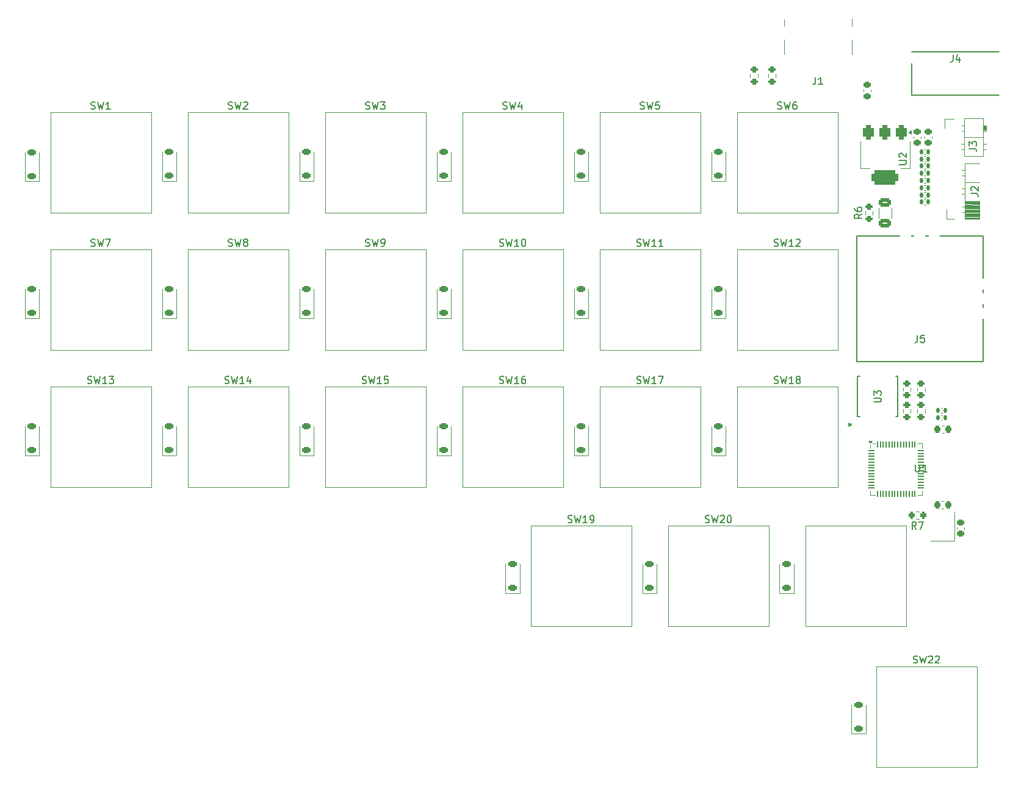
<source format=gbr>
%TF.GenerationSoftware,KiCad,Pcbnew,9.0.0*%
%TF.CreationDate,2025-03-25T03:22:16+09:00*%
%TF.ProjectId,keyboard,6b657962-6f61-4726-942e-6b696361645f,rev?*%
%TF.SameCoordinates,Original*%
%TF.FileFunction,Legend,Top*%
%TF.FilePolarity,Positive*%
%FSLAX46Y46*%
G04 Gerber Fmt 4.6, Leading zero omitted, Abs format (unit mm)*
G04 Created by KiCad (PCBNEW 9.0.0) date 2025-03-25 03:22:16*
%MOMM*%
%LPD*%
G01*
G04 APERTURE LIST*
G04 Aperture macros list*
%AMRoundRect*
0 Rectangle with rounded corners*
0 $1 Rounding radius*
0 $2 $3 $4 $5 $6 $7 $8 $9 X,Y pos of 4 corners*
0 Add a 4 corners polygon primitive as box body*
4,1,4,$2,$3,$4,$5,$6,$7,$8,$9,$2,$3,0*
0 Add four circle primitives for the rounded corners*
1,1,$1+$1,$2,$3*
1,1,$1+$1,$4,$5*
1,1,$1+$1,$6,$7*
1,1,$1+$1,$8,$9*
0 Add four rect primitives between the rounded corners*
20,1,$1+$1,$2,$3,$4,$5,0*
20,1,$1+$1,$4,$5,$6,$7,0*
20,1,$1+$1,$6,$7,$8,$9,0*
20,1,$1+$1,$8,$9,$2,$3,0*%
G04 Aperture macros list end*
%ADD10C,0.150000*%
%ADD11C,0.120000*%
%ADD12C,0.152400*%
%ADD13C,2.010000*%
%ADD14O,1.500000X2.000000*%
%ADD15O,2.000000X1.500000*%
%ADD16RoundRect,0.225000X-0.250000X0.225000X-0.250000X-0.225000X0.250000X-0.225000X0.250000X0.225000X0*%
%ADD17RoundRect,0.225000X0.375000X-0.225000X0.375000X0.225000X-0.375000X0.225000X-0.375000X-0.225000X0*%
%ADD18C,1.700000*%
%ADD19C,4.000000*%
%ADD20C,2.200000*%
%ADD21RoundRect,0.250000X0.625000X-0.312500X0.625000X0.312500X-0.625000X0.312500X-0.625000X-0.312500X0*%
%ADD22RoundRect,0.140000X-0.140000X-0.170000X0.140000X-0.170000X0.140000X0.170000X-0.140000X0.170000X0*%
%ADD23RoundRect,0.375000X-0.375000X0.625000X-0.375000X-0.625000X0.375000X-0.625000X0.375000X0.625000X0*%
%ADD24RoundRect,0.500000X-1.400000X0.500000X-1.400000X-0.500000X1.400000X-0.500000X1.400000X0.500000X0*%
%ADD25RoundRect,0.200000X0.275000X-0.200000X0.275000X0.200000X-0.275000X0.200000X-0.275000X-0.200000X0*%
%ADD26RoundRect,0.200000X-0.275000X0.200000X-0.275000X-0.200000X0.275000X-0.200000X0.275000X0.200000X0*%
%ADD27R,0.533400X1.524000*%
%ADD28RoundRect,0.225000X0.250000X-0.225000X0.250000X0.225000X-0.250000X0.225000X-0.250000X-0.225000X0*%
%ADD29RoundRect,0.200000X0.200000X0.275000X-0.200000X0.275000X-0.200000X-0.275000X0.200000X-0.275000X0*%
%ADD30C,0.650000*%
%ADD31R,0.600000X1.450000*%
%ADD32R,0.300000X1.450000*%
%ADD33O,1.000000X2.100000*%
%ADD34O,1.000000X1.600000*%
%ADD35RoundRect,0.050000X-0.387500X-0.050000X0.387500X-0.050000X0.387500X0.050000X-0.387500X0.050000X0*%
%ADD36RoundRect,0.050000X-0.050000X-0.387500X0.050000X-0.387500X0.050000X0.387500X-0.050000X0.387500X0*%
%ADD37R,3.200000X3.200000*%
%ADD38R,1.700000X1.700000*%
%ADD39O,1.700000X1.700000*%
%ADD40C,1.200000*%
%ADD41O,2.300000X1.500000*%
%ADD42RoundRect,0.225000X-0.225000X-0.250000X0.225000X-0.250000X0.225000X0.250000X-0.225000X0.250000X0*%
%ADD43RoundRect,0.225000X0.225000X0.250000X-0.225000X0.250000X-0.225000X-0.250000X0.225000X-0.250000X0*%
%ADD44R,1.200000X1.400000*%
G04 APERTURE END LIST*
D10*
X179621476Y-76087200D02*
X179764333Y-76134819D01*
X179764333Y-76134819D02*
X180002428Y-76134819D01*
X180002428Y-76134819D02*
X180097666Y-76087200D01*
X180097666Y-76087200D02*
X180145285Y-76039580D01*
X180145285Y-76039580D02*
X180192904Y-75944342D01*
X180192904Y-75944342D02*
X180192904Y-75849104D01*
X180192904Y-75849104D02*
X180145285Y-75753866D01*
X180145285Y-75753866D02*
X180097666Y-75706247D01*
X180097666Y-75706247D02*
X180002428Y-75658628D01*
X180002428Y-75658628D02*
X179811952Y-75611009D01*
X179811952Y-75611009D02*
X179716714Y-75563390D01*
X179716714Y-75563390D02*
X179669095Y-75515771D01*
X179669095Y-75515771D02*
X179621476Y-75420533D01*
X179621476Y-75420533D02*
X179621476Y-75325295D01*
X179621476Y-75325295D02*
X179669095Y-75230057D01*
X179669095Y-75230057D02*
X179716714Y-75182438D01*
X179716714Y-75182438D02*
X179811952Y-75134819D01*
X179811952Y-75134819D02*
X180050047Y-75134819D01*
X180050047Y-75134819D02*
X180192904Y-75182438D01*
X180526238Y-75134819D02*
X180764333Y-76134819D01*
X180764333Y-76134819D02*
X180954809Y-75420533D01*
X180954809Y-75420533D02*
X181145285Y-76134819D01*
X181145285Y-76134819D02*
X181383381Y-75134819D01*
X182288142Y-76134819D02*
X181716714Y-76134819D01*
X182002428Y-76134819D02*
X182002428Y-75134819D01*
X182002428Y-75134819D02*
X181907190Y-75277676D01*
X181907190Y-75277676D02*
X181811952Y-75372914D01*
X181811952Y-75372914D02*
X181716714Y-75420533D01*
X182669095Y-75230057D02*
X182716714Y-75182438D01*
X182716714Y-75182438D02*
X182811952Y-75134819D01*
X182811952Y-75134819D02*
X183050047Y-75134819D01*
X183050047Y-75134819D02*
X183145285Y-75182438D01*
X183145285Y-75182438D02*
X183192904Y-75230057D01*
X183192904Y-75230057D02*
X183240523Y-75325295D01*
X183240523Y-75325295D02*
X183240523Y-75420533D01*
X183240523Y-75420533D02*
X183192904Y-75563390D01*
X183192904Y-75563390D02*
X182621476Y-76134819D01*
X182621476Y-76134819D02*
X183240523Y-76134819D01*
X103421476Y-95137200D02*
X103564333Y-95184819D01*
X103564333Y-95184819D02*
X103802428Y-95184819D01*
X103802428Y-95184819D02*
X103897666Y-95137200D01*
X103897666Y-95137200D02*
X103945285Y-95089580D01*
X103945285Y-95089580D02*
X103992904Y-94994342D01*
X103992904Y-94994342D02*
X103992904Y-94899104D01*
X103992904Y-94899104D02*
X103945285Y-94803866D01*
X103945285Y-94803866D02*
X103897666Y-94756247D01*
X103897666Y-94756247D02*
X103802428Y-94708628D01*
X103802428Y-94708628D02*
X103611952Y-94661009D01*
X103611952Y-94661009D02*
X103516714Y-94613390D01*
X103516714Y-94613390D02*
X103469095Y-94565771D01*
X103469095Y-94565771D02*
X103421476Y-94470533D01*
X103421476Y-94470533D02*
X103421476Y-94375295D01*
X103421476Y-94375295D02*
X103469095Y-94280057D01*
X103469095Y-94280057D02*
X103516714Y-94232438D01*
X103516714Y-94232438D02*
X103611952Y-94184819D01*
X103611952Y-94184819D02*
X103850047Y-94184819D01*
X103850047Y-94184819D02*
X103992904Y-94232438D01*
X104326238Y-94184819D02*
X104564333Y-95184819D01*
X104564333Y-95184819D02*
X104754809Y-94470533D01*
X104754809Y-94470533D02*
X104945285Y-95184819D01*
X104945285Y-95184819D02*
X105183381Y-94184819D01*
X106088142Y-95184819D02*
X105516714Y-95184819D01*
X105802428Y-95184819D02*
X105802428Y-94184819D01*
X105802428Y-94184819D02*
X105707190Y-94327676D01*
X105707190Y-94327676D02*
X105611952Y-94422914D01*
X105611952Y-94422914D02*
X105516714Y-94470533D01*
X106945285Y-94518152D02*
X106945285Y-95184819D01*
X106707190Y-94137200D02*
X106469095Y-94851485D01*
X106469095Y-94851485D02*
X107088142Y-94851485D01*
X199487666Y-88478819D02*
X199487666Y-89193104D01*
X199487666Y-89193104D02*
X199440047Y-89335961D01*
X199440047Y-89335961D02*
X199344809Y-89431200D01*
X199344809Y-89431200D02*
X199201952Y-89478819D01*
X199201952Y-89478819D02*
X199106714Y-89478819D01*
X200440047Y-88478819D02*
X199963857Y-88478819D01*
X199963857Y-88478819D02*
X199916238Y-88955009D01*
X199916238Y-88955009D02*
X199963857Y-88907390D01*
X199963857Y-88907390D02*
X200059095Y-88859771D01*
X200059095Y-88859771D02*
X200297190Y-88859771D01*
X200297190Y-88859771D02*
X200392428Y-88907390D01*
X200392428Y-88907390D02*
X200440047Y-88955009D01*
X200440047Y-88955009D02*
X200487666Y-89050247D01*
X200487666Y-89050247D02*
X200487666Y-89288342D01*
X200487666Y-89288342D02*
X200440047Y-89383580D01*
X200440047Y-89383580D02*
X200392428Y-89431200D01*
X200392428Y-89431200D02*
X200297190Y-89478819D01*
X200297190Y-89478819D02*
X200059095Y-89478819D01*
X200059095Y-89478819D02*
X199963857Y-89431200D01*
X199963857Y-89431200D02*
X199916238Y-89383580D01*
X179621476Y-95137200D02*
X179764333Y-95184819D01*
X179764333Y-95184819D02*
X180002428Y-95184819D01*
X180002428Y-95184819D02*
X180097666Y-95137200D01*
X180097666Y-95137200D02*
X180145285Y-95089580D01*
X180145285Y-95089580D02*
X180192904Y-94994342D01*
X180192904Y-94994342D02*
X180192904Y-94899104D01*
X180192904Y-94899104D02*
X180145285Y-94803866D01*
X180145285Y-94803866D02*
X180097666Y-94756247D01*
X180097666Y-94756247D02*
X180002428Y-94708628D01*
X180002428Y-94708628D02*
X179811952Y-94661009D01*
X179811952Y-94661009D02*
X179716714Y-94613390D01*
X179716714Y-94613390D02*
X179669095Y-94565771D01*
X179669095Y-94565771D02*
X179621476Y-94470533D01*
X179621476Y-94470533D02*
X179621476Y-94375295D01*
X179621476Y-94375295D02*
X179669095Y-94280057D01*
X179669095Y-94280057D02*
X179716714Y-94232438D01*
X179716714Y-94232438D02*
X179811952Y-94184819D01*
X179811952Y-94184819D02*
X180050047Y-94184819D01*
X180050047Y-94184819D02*
X180192904Y-94232438D01*
X180526238Y-94184819D02*
X180764333Y-95184819D01*
X180764333Y-95184819D02*
X180954809Y-94470533D01*
X180954809Y-94470533D02*
X181145285Y-95184819D01*
X181145285Y-95184819D02*
X181383381Y-94184819D01*
X182288142Y-95184819D02*
X181716714Y-95184819D01*
X182002428Y-95184819D02*
X182002428Y-94184819D01*
X182002428Y-94184819D02*
X181907190Y-94327676D01*
X181907190Y-94327676D02*
X181811952Y-94422914D01*
X181811952Y-94422914D02*
X181716714Y-94470533D01*
X182859571Y-94613390D02*
X182764333Y-94565771D01*
X182764333Y-94565771D02*
X182716714Y-94518152D01*
X182716714Y-94518152D02*
X182669095Y-94422914D01*
X182669095Y-94422914D02*
X182669095Y-94375295D01*
X182669095Y-94375295D02*
X182716714Y-94280057D01*
X182716714Y-94280057D02*
X182764333Y-94232438D01*
X182764333Y-94232438D02*
X182859571Y-94184819D01*
X182859571Y-94184819D02*
X183050047Y-94184819D01*
X183050047Y-94184819D02*
X183145285Y-94232438D01*
X183145285Y-94232438D02*
X183192904Y-94280057D01*
X183192904Y-94280057D02*
X183240523Y-94375295D01*
X183240523Y-94375295D02*
X183240523Y-94422914D01*
X183240523Y-94422914D02*
X183192904Y-94518152D01*
X183192904Y-94518152D02*
X183145285Y-94565771D01*
X183145285Y-94565771D02*
X183050047Y-94613390D01*
X183050047Y-94613390D02*
X182859571Y-94613390D01*
X182859571Y-94613390D02*
X182764333Y-94661009D01*
X182764333Y-94661009D02*
X182716714Y-94708628D01*
X182716714Y-94708628D02*
X182669095Y-94803866D01*
X182669095Y-94803866D02*
X182669095Y-94994342D01*
X182669095Y-94994342D02*
X182716714Y-95089580D01*
X182716714Y-95089580D02*
X182764333Y-95137200D01*
X182764333Y-95137200D02*
X182859571Y-95184819D01*
X182859571Y-95184819D02*
X183050047Y-95184819D01*
X183050047Y-95184819D02*
X183145285Y-95137200D01*
X183145285Y-95137200D02*
X183192904Y-95089580D01*
X183192904Y-95089580D02*
X183240523Y-94994342D01*
X183240523Y-94994342D02*
X183240523Y-94803866D01*
X183240523Y-94803866D02*
X183192904Y-94708628D01*
X183192904Y-94708628D02*
X183145285Y-94661009D01*
X183145285Y-94661009D02*
X183050047Y-94613390D01*
X196954819Y-64761904D02*
X197764342Y-64761904D01*
X197764342Y-64761904D02*
X197859580Y-64714285D01*
X197859580Y-64714285D02*
X197907200Y-64666666D01*
X197907200Y-64666666D02*
X197954819Y-64571428D01*
X197954819Y-64571428D02*
X197954819Y-64380952D01*
X197954819Y-64380952D02*
X197907200Y-64285714D01*
X197907200Y-64285714D02*
X197859580Y-64238095D01*
X197859580Y-64238095D02*
X197764342Y-64190476D01*
X197764342Y-64190476D02*
X196954819Y-64190476D01*
X197050057Y-63761904D02*
X197002438Y-63714285D01*
X197002438Y-63714285D02*
X196954819Y-63619047D01*
X196954819Y-63619047D02*
X196954819Y-63380952D01*
X196954819Y-63380952D02*
X197002438Y-63285714D01*
X197002438Y-63285714D02*
X197050057Y-63238095D01*
X197050057Y-63238095D02*
X197145295Y-63190476D01*
X197145295Y-63190476D02*
X197240533Y-63190476D01*
X197240533Y-63190476D02*
X197383390Y-63238095D01*
X197383390Y-63238095D02*
X197954819Y-63809523D01*
X197954819Y-63809523D02*
X197954819Y-63190476D01*
X193454819Y-97761904D02*
X194264342Y-97761904D01*
X194264342Y-97761904D02*
X194359580Y-97714285D01*
X194359580Y-97714285D02*
X194407200Y-97666666D01*
X194407200Y-97666666D02*
X194454819Y-97571428D01*
X194454819Y-97571428D02*
X194454819Y-97380952D01*
X194454819Y-97380952D02*
X194407200Y-97285714D01*
X194407200Y-97285714D02*
X194359580Y-97238095D01*
X194359580Y-97238095D02*
X194264342Y-97190476D01*
X194264342Y-97190476D02*
X193454819Y-97190476D01*
X193454819Y-96809523D02*
X193454819Y-96190476D01*
X193454819Y-96190476D02*
X193835771Y-96523809D01*
X193835771Y-96523809D02*
X193835771Y-96380952D01*
X193835771Y-96380952D02*
X193883390Y-96285714D01*
X193883390Y-96285714D02*
X193931009Y-96238095D01*
X193931009Y-96238095D02*
X194026247Y-96190476D01*
X194026247Y-96190476D02*
X194264342Y-96190476D01*
X194264342Y-96190476D02*
X194359580Y-96238095D01*
X194359580Y-96238095D02*
X194407200Y-96285714D01*
X194407200Y-96285714D02*
X194454819Y-96380952D01*
X194454819Y-96380952D02*
X194454819Y-96666666D01*
X194454819Y-96666666D02*
X194407200Y-96761904D01*
X194407200Y-96761904D02*
X194359580Y-96809523D01*
X189873419Y-100898899D02*
X190111514Y-100898899D01*
X190016276Y-101136994D02*
X190111514Y-100898899D01*
X190111514Y-100898899D02*
X190016276Y-100660804D01*
X190301990Y-101041756D02*
X190111514Y-100898899D01*
X190111514Y-100898899D02*
X190301990Y-100756042D01*
X189873419Y-100898899D02*
X190111514Y-100898899D01*
X190016276Y-101136994D02*
X190111514Y-100898899D01*
X190111514Y-100898899D02*
X190016276Y-100660804D01*
X190301990Y-101041756D02*
X190111514Y-100898899D01*
X190111514Y-100898899D02*
X190301990Y-100756042D01*
X160571476Y-95137200D02*
X160714333Y-95184819D01*
X160714333Y-95184819D02*
X160952428Y-95184819D01*
X160952428Y-95184819D02*
X161047666Y-95137200D01*
X161047666Y-95137200D02*
X161095285Y-95089580D01*
X161095285Y-95089580D02*
X161142904Y-94994342D01*
X161142904Y-94994342D02*
X161142904Y-94899104D01*
X161142904Y-94899104D02*
X161095285Y-94803866D01*
X161095285Y-94803866D02*
X161047666Y-94756247D01*
X161047666Y-94756247D02*
X160952428Y-94708628D01*
X160952428Y-94708628D02*
X160761952Y-94661009D01*
X160761952Y-94661009D02*
X160666714Y-94613390D01*
X160666714Y-94613390D02*
X160619095Y-94565771D01*
X160619095Y-94565771D02*
X160571476Y-94470533D01*
X160571476Y-94470533D02*
X160571476Y-94375295D01*
X160571476Y-94375295D02*
X160619095Y-94280057D01*
X160619095Y-94280057D02*
X160666714Y-94232438D01*
X160666714Y-94232438D02*
X160761952Y-94184819D01*
X160761952Y-94184819D02*
X161000047Y-94184819D01*
X161000047Y-94184819D02*
X161142904Y-94232438D01*
X161476238Y-94184819D02*
X161714333Y-95184819D01*
X161714333Y-95184819D02*
X161904809Y-94470533D01*
X161904809Y-94470533D02*
X162095285Y-95184819D01*
X162095285Y-95184819D02*
X162333381Y-94184819D01*
X163238142Y-95184819D02*
X162666714Y-95184819D01*
X162952428Y-95184819D02*
X162952428Y-94184819D01*
X162952428Y-94184819D02*
X162857190Y-94327676D01*
X162857190Y-94327676D02*
X162761952Y-94422914D01*
X162761952Y-94422914D02*
X162666714Y-94470533D01*
X163571476Y-94184819D02*
X164238142Y-94184819D01*
X164238142Y-94184819D02*
X163809571Y-95184819D01*
X199333333Y-115384819D02*
X199000000Y-114908628D01*
X198761905Y-115384819D02*
X198761905Y-114384819D01*
X198761905Y-114384819D02*
X199142857Y-114384819D01*
X199142857Y-114384819D02*
X199238095Y-114432438D01*
X199238095Y-114432438D02*
X199285714Y-114480057D01*
X199285714Y-114480057D02*
X199333333Y-114575295D01*
X199333333Y-114575295D02*
X199333333Y-114718152D01*
X199333333Y-114718152D02*
X199285714Y-114813390D01*
X199285714Y-114813390D02*
X199238095Y-114861009D01*
X199238095Y-114861009D02*
X199142857Y-114908628D01*
X199142857Y-114908628D02*
X198761905Y-114908628D01*
X199666667Y-114384819D02*
X200333333Y-114384819D01*
X200333333Y-114384819D02*
X199904762Y-115384819D01*
X170061476Y-114457200D02*
X170204333Y-114504819D01*
X170204333Y-114504819D02*
X170442428Y-114504819D01*
X170442428Y-114504819D02*
X170537666Y-114457200D01*
X170537666Y-114457200D02*
X170585285Y-114409580D01*
X170585285Y-114409580D02*
X170632904Y-114314342D01*
X170632904Y-114314342D02*
X170632904Y-114219104D01*
X170632904Y-114219104D02*
X170585285Y-114123866D01*
X170585285Y-114123866D02*
X170537666Y-114076247D01*
X170537666Y-114076247D02*
X170442428Y-114028628D01*
X170442428Y-114028628D02*
X170251952Y-113981009D01*
X170251952Y-113981009D02*
X170156714Y-113933390D01*
X170156714Y-113933390D02*
X170109095Y-113885771D01*
X170109095Y-113885771D02*
X170061476Y-113790533D01*
X170061476Y-113790533D02*
X170061476Y-113695295D01*
X170061476Y-113695295D02*
X170109095Y-113600057D01*
X170109095Y-113600057D02*
X170156714Y-113552438D01*
X170156714Y-113552438D02*
X170251952Y-113504819D01*
X170251952Y-113504819D02*
X170490047Y-113504819D01*
X170490047Y-113504819D02*
X170632904Y-113552438D01*
X170966238Y-113504819D02*
X171204333Y-114504819D01*
X171204333Y-114504819D02*
X171394809Y-113790533D01*
X171394809Y-113790533D02*
X171585285Y-114504819D01*
X171585285Y-114504819D02*
X171823381Y-113504819D01*
X172156714Y-113600057D02*
X172204333Y-113552438D01*
X172204333Y-113552438D02*
X172299571Y-113504819D01*
X172299571Y-113504819D02*
X172537666Y-113504819D01*
X172537666Y-113504819D02*
X172632904Y-113552438D01*
X172632904Y-113552438D02*
X172680523Y-113600057D01*
X172680523Y-113600057D02*
X172728142Y-113695295D01*
X172728142Y-113695295D02*
X172728142Y-113790533D01*
X172728142Y-113790533D02*
X172680523Y-113933390D01*
X172680523Y-113933390D02*
X172109095Y-114504819D01*
X172109095Y-114504819D02*
X172728142Y-114504819D01*
X173347190Y-113504819D02*
X173442428Y-113504819D01*
X173442428Y-113504819D02*
X173537666Y-113552438D01*
X173537666Y-113552438D02*
X173585285Y-113600057D01*
X173585285Y-113600057D02*
X173632904Y-113695295D01*
X173632904Y-113695295D02*
X173680523Y-113885771D01*
X173680523Y-113885771D02*
X173680523Y-114123866D01*
X173680523Y-114123866D02*
X173632904Y-114314342D01*
X173632904Y-114314342D02*
X173585285Y-114409580D01*
X173585285Y-114409580D02*
X173537666Y-114457200D01*
X173537666Y-114457200D02*
X173442428Y-114504819D01*
X173442428Y-114504819D02*
X173347190Y-114504819D01*
X173347190Y-114504819D02*
X173251952Y-114457200D01*
X173251952Y-114457200D02*
X173204333Y-114409580D01*
X173204333Y-114409580D02*
X173156714Y-114314342D01*
X173156714Y-114314342D02*
X173109095Y-114123866D01*
X173109095Y-114123866D02*
X173109095Y-113885771D01*
X173109095Y-113885771D02*
X173156714Y-113695295D01*
X173156714Y-113695295D02*
X173204333Y-113600057D01*
X173204333Y-113600057D02*
X173251952Y-113552438D01*
X173251952Y-113552438D02*
X173347190Y-113504819D01*
X84847667Y-57037200D02*
X84990524Y-57084819D01*
X84990524Y-57084819D02*
X85228619Y-57084819D01*
X85228619Y-57084819D02*
X85323857Y-57037200D01*
X85323857Y-57037200D02*
X85371476Y-56989580D01*
X85371476Y-56989580D02*
X85419095Y-56894342D01*
X85419095Y-56894342D02*
X85419095Y-56799104D01*
X85419095Y-56799104D02*
X85371476Y-56703866D01*
X85371476Y-56703866D02*
X85323857Y-56656247D01*
X85323857Y-56656247D02*
X85228619Y-56608628D01*
X85228619Y-56608628D02*
X85038143Y-56561009D01*
X85038143Y-56561009D02*
X84942905Y-56513390D01*
X84942905Y-56513390D02*
X84895286Y-56465771D01*
X84895286Y-56465771D02*
X84847667Y-56370533D01*
X84847667Y-56370533D02*
X84847667Y-56275295D01*
X84847667Y-56275295D02*
X84895286Y-56180057D01*
X84895286Y-56180057D02*
X84942905Y-56132438D01*
X84942905Y-56132438D02*
X85038143Y-56084819D01*
X85038143Y-56084819D02*
X85276238Y-56084819D01*
X85276238Y-56084819D02*
X85419095Y-56132438D01*
X85752429Y-56084819D02*
X85990524Y-57084819D01*
X85990524Y-57084819D02*
X86181000Y-56370533D01*
X86181000Y-56370533D02*
X86371476Y-57084819D01*
X86371476Y-57084819D02*
X86609572Y-56084819D01*
X87514333Y-57084819D02*
X86942905Y-57084819D01*
X87228619Y-57084819D02*
X87228619Y-56084819D01*
X87228619Y-56084819D02*
X87133381Y-56227676D01*
X87133381Y-56227676D02*
X87038143Y-56322914D01*
X87038143Y-56322914D02*
X86942905Y-56370533D01*
X185346666Y-52649819D02*
X185346666Y-53364104D01*
X185346666Y-53364104D02*
X185299047Y-53506961D01*
X185299047Y-53506961D02*
X185203809Y-53602200D01*
X185203809Y-53602200D02*
X185060952Y-53649819D01*
X185060952Y-53649819D02*
X184965714Y-53649819D01*
X186346666Y-53649819D02*
X185775238Y-53649819D01*
X186060952Y-53649819D02*
X186060952Y-52649819D01*
X186060952Y-52649819D02*
X185965714Y-52792676D01*
X185965714Y-52792676D02*
X185870476Y-52887914D01*
X185870476Y-52887914D02*
X185775238Y-52935533D01*
X160571476Y-76087200D02*
X160714333Y-76134819D01*
X160714333Y-76134819D02*
X160952428Y-76134819D01*
X160952428Y-76134819D02*
X161047666Y-76087200D01*
X161047666Y-76087200D02*
X161095285Y-76039580D01*
X161095285Y-76039580D02*
X161142904Y-75944342D01*
X161142904Y-75944342D02*
X161142904Y-75849104D01*
X161142904Y-75849104D02*
X161095285Y-75753866D01*
X161095285Y-75753866D02*
X161047666Y-75706247D01*
X161047666Y-75706247D02*
X160952428Y-75658628D01*
X160952428Y-75658628D02*
X160761952Y-75611009D01*
X160761952Y-75611009D02*
X160666714Y-75563390D01*
X160666714Y-75563390D02*
X160619095Y-75515771D01*
X160619095Y-75515771D02*
X160571476Y-75420533D01*
X160571476Y-75420533D02*
X160571476Y-75325295D01*
X160571476Y-75325295D02*
X160619095Y-75230057D01*
X160619095Y-75230057D02*
X160666714Y-75182438D01*
X160666714Y-75182438D02*
X160761952Y-75134819D01*
X160761952Y-75134819D02*
X161000047Y-75134819D01*
X161000047Y-75134819D02*
X161142904Y-75182438D01*
X161476238Y-75134819D02*
X161714333Y-76134819D01*
X161714333Y-76134819D02*
X161904809Y-75420533D01*
X161904809Y-75420533D02*
X162095285Y-76134819D01*
X162095285Y-76134819D02*
X162333381Y-75134819D01*
X163238142Y-76134819D02*
X162666714Y-76134819D01*
X162952428Y-76134819D02*
X162952428Y-75134819D01*
X162952428Y-75134819D02*
X162857190Y-75277676D01*
X162857190Y-75277676D02*
X162761952Y-75372914D01*
X162761952Y-75372914D02*
X162666714Y-75420533D01*
X164190523Y-76134819D02*
X163619095Y-76134819D01*
X163904809Y-76134819D02*
X163904809Y-75134819D01*
X163904809Y-75134819D02*
X163809571Y-75277676D01*
X163809571Y-75277676D02*
X163714333Y-75372914D01*
X163714333Y-75372914D02*
X163619095Y-75420533D01*
X122947667Y-76087200D02*
X123090524Y-76134819D01*
X123090524Y-76134819D02*
X123328619Y-76134819D01*
X123328619Y-76134819D02*
X123423857Y-76087200D01*
X123423857Y-76087200D02*
X123471476Y-76039580D01*
X123471476Y-76039580D02*
X123519095Y-75944342D01*
X123519095Y-75944342D02*
X123519095Y-75849104D01*
X123519095Y-75849104D02*
X123471476Y-75753866D01*
X123471476Y-75753866D02*
X123423857Y-75706247D01*
X123423857Y-75706247D02*
X123328619Y-75658628D01*
X123328619Y-75658628D02*
X123138143Y-75611009D01*
X123138143Y-75611009D02*
X123042905Y-75563390D01*
X123042905Y-75563390D02*
X122995286Y-75515771D01*
X122995286Y-75515771D02*
X122947667Y-75420533D01*
X122947667Y-75420533D02*
X122947667Y-75325295D01*
X122947667Y-75325295D02*
X122995286Y-75230057D01*
X122995286Y-75230057D02*
X123042905Y-75182438D01*
X123042905Y-75182438D02*
X123138143Y-75134819D01*
X123138143Y-75134819D02*
X123376238Y-75134819D01*
X123376238Y-75134819D02*
X123519095Y-75182438D01*
X123852429Y-75134819D02*
X124090524Y-76134819D01*
X124090524Y-76134819D02*
X124281000Y-75420533D01*
X124281000Y-75420533D02*
X124471476Y-76134819D01*
X124471476Y-76134819D02*
X124709572Y-75134819D01*
X125138143Y-76134819D02*
X125328619Y-76134819D01*
X125328619Y-76134819D02*
X125423857Y-76087200D01*
X125423857Y-76087200D02*
X125471476Y-76039580D01*
X125471476Y-76039580D02*
X125566714Y-75896723D01*
X125566714Y-75896723D02*
X125614333Y-75706247D01*
X125614333Y-75706247D02*
X125614333Y-75325295D01*
X125614333Y-75325295D02*
X125566714Y-75230057D01*
X125566714Y-75230057D02*
X125519095Y-75182438D01*
X125519095Y-75182438D02*
X125423857Y-75134819D01*
X125423857Y-75134819D02*
X125233381Y-75134819D01*
X125233381Y-75134819D02*
X125138143Y-75182438D01*
X125138143Y-75182438D02*
X125090524Y-75230057D01*
X125090524Y-75230057D02*
X125042905Y-75325295D01*
X125042905Y-75325295D02*
X125042905Y-75563390D01*
X125042905Y-75563390D02*
X125090524Y-75658628D01*
X125090524Y-75658628D02*
X125138143Y-75706247D01*
X125138143Y-75706247D02*
X125233381Y-75753866D01*
X125233381Y-75753866D02*
X125423857Y-75753866D01*
X125423857Y-75753866D02*
X125519095Y-75706247D01*
X125519095Y-75706247D02*
X125566714Y-75658628D01*
X125566714Y-75658628D02*
X125614333Y-75563390D01*
X141521476Y-76087200D02*
X141664333Y-76134819D01*
X141664333Y-76134819D02*
X141902428Y-76134819D01*
X141902428Y-76134819D02*
X141997666Y-76087200D01*
X141997666Y-76087200D02*
X142045285Y-76039580D01*
X142045285Y-76039580D02*
X142092904Y-75944342D01*
X142092904Y-75944342D02*
X142092904Y-75849104D01*
X142092904Y-75849104D02*
X142045285Y-75753866D01*
X142045285Y-75753866D02*
X141997666Y-75706247D01*
X141997666Y-75706247D02*
X141902428Y-75658628D01*
X141902428Y-75658628D02*
X141711952Y-75611009D01*
X141711952Y-75611009D02*
X141616714Y-75563390D01*
X141616714Y-75563390D02*
X141569095Y-75515771D01*
X141569095Y-75515771D02*
X141521476Y-75420533D01*
X141521476Y-75420533D02*
X141521476Y-75325295D01*
X141521476Y-75325295D02*
X141569095Y-75230057D01*
X141569095Y-75230057D02*
X141616714Y-75182438D01*
X141616714Y-75182438D02*
X141711952Y-75134819D01*
X141711952Y-75134819D02*
X141950047Y-75134819D01*
X141950047Y-75134819D02*
X142092904Y-75182438D01*
X142426238Y-75134819D02*
X142664333Y-76134819D01*
X142664333Y-76134819D02*
X142854809Y-75420533D01*
X142854809Y-75420533D02*
X143045285Y-76134819D01*
X143045285Y-76134819D02*
X143283381Y-75134819D01*
X144188142Y-76134819D02*
X143616714Y-76134819D01*
X143902428Y-76134819D02*
X143902428Y-75134819D01*
X143902428Y-75134819D02*
X143807190Y-75277676D01*
X143807190Y-75277676D02*
X143711952Y-75372914D01*
X143711952Y-75372914D02*
X143616714Y-75420533D01*
X144807190Y-75134819D02*
X144902428Y-75134819D01*
X144902428Y-75134819D02*
X144997666Y-75182438D01*
X144997666Y-75182438D02*
X145045285Y-75230057D01*
X145045285Y-75230057D02*
X145092904Y-75325295D01*
X145092904Y-75325295D02*
X145140523Y-75515771D01*
X145140523Y-75515771D02*
X145140523Y-75753866D01*
X145140523Y-75753866D02*
X145092904Y-75944342D01*
X145092904Y-75944342D02*
X145045285Y-76039580D01*
X145045285Y-76039580D02*
X144997666Y-76087200D01*
X144997666Y-76087200D02*
X144902428Y-76134819D01*
X144902428Y-76134819D02*
X144807190Y-76134819D01*
X144807190Y-76134819D02*
X144711952Y-76087200D01*
X144711952Y-76087200D02*
X144664333Y-76039580D01*
X144664333Y-76039580D02*
X144616714Y-75944342D01*
X144616714Y-75944342D02*
X144569095Y-75753866D01*
X144569095Y-75753866D02*
X144569095Y-75515771D01*
X144569095Y-75515771D02*
X144616714Y-75325295D01*
X144616714Y-75325295D02*
X144664333Y-75230057D01*
X144664333Y-75230057D02*
X144711952Y-75182438D01*
X144711952Y-75182438D02*
X144807190Y-75134819D01*
X122471476Y-95137200D02*
X122614333Y-95184819D01*
X122614333Y-95184819D02*
X122852428Y-95184819D01*
X122852428Y-95184819D02*
X122947666Y-95137200D01*
X122947666Y-95137200D02*
X122995285Y-95089580D01*
X122995285Y-95089580D02*
X123042904Y-94994342D01*
X123042904Y-94994342D02*
X123042904Y-94899104D01*
X123042904Y-94899104D02*
X122995285Y-94803866D01*
X122995285Y-94803866D02*
X122947666Y-94756247D01*
X122947666Y-94756247D02*
X122852428Y-94708628D01*
X122852428Y-94708628D02*
X122661952Y-94661009D01*
X122661952Y-94661009D02*
X122566714Y-94613390D01*
X122566714Y-94613390D02*
X122519095Y-94565771D01*
X122519095Y-94565771D02*
X122471476Y-94470533D01*
X122471476Y-94470533D02*
X122471476Y-94375295D01*
X122471476Y-94375295D02*
X122519095Y-94280057D01*
X122519095Y-94280057D02*
X122566714Y-94232438D01*
X122566714Y-94232438D02*
X122661952Y-94184819D01*
X122661952Y-94184819D02*
X122900047Y-94184819D01*
X122900047Y-94184819D02*
X123042904Y-94232438D01*
X123376238Y-94184819D02*
X123614333Y-95184819D01*
X123614333Y-95184819D02*
X123804809Y-94470533D01*
X123804809Y-94470533D02*
X123995285Y-95184819D01*
X123995285Y-95184819D02*
X124233381Y-94184819D01*
X125138142Y-95184819D02*
X124566714Y-95184819D01*
X124852428Y-95184819D02*
X124852428Y-94184819D01*
X124852428Y-94184819D02*
X124757190Y-94327676D01*
X124757190Y-94327676D02*
X124661952Y-94422914D01*
X124661952Y-94422914D02*
X124566714Y-94470533D01*
X126042904Y-94184819D02*
X125566714Y-94184819D01*
X125566714Y-94184819D02*
X125519095Y-94661009D01*
X125519095Y-94661009D02*
X125566714Y-94613390D01*
X125566714Y-94613390D02*
X125661952Y-94565771D01*
X125661952Y-94565771D02*
X125900047Y-94565771D01*
X125900047Y-94565771D02*
X125995285Y-94613390D01*
X125995285Y-94613390D02*
X126042904Y-94661009D01*
X126042904Y-94661009D02*
X126090523Y-94756247D01*
X126090523Y-94756247D02*
X126090523Y-94994342D01*
X126090523Y-94994342D02*
X126042904Y-95089580D01*
X126042904Y-95089580D02*
X125995285Y-95137200D01*
X125995285Y-95137200D02*
X125900047Y-95184819D01*
X125900047Y-95184819D02*
X125661952Y-95184819D01*
X125661952Y-95184819D02*
X125566714Y-95137200D01*
X125566714Y-95137200D02*
X125519095Y-95089580D01*
X161047667Y-57037200D02*
X161190524Y-57084819D01*
X161190524Y-57084819D02*
X161428619Y-57084819D01*
X161428619Y-57084819D02*
X161523857Y-57037200D01*
X161523857Y-57037200D02*
X161571476Y-56989580D01*
X161571476Y-56989580D02*
X161619095Y-56894342D01*
X161619095Y-56894342D02*
X161619095Y-56799104D01*
X161619095Y-56799104D02*
X161571476Y-56703866D01*
X161571476Y-56703866D02*
X161523857Y-56656247D01*
X161523857Y-56656247D02*
X161428619Y-56608628D01*
X161428619Y-56608628D02*
X161238143Y-56561009D01*
X161238143Y-56561009D02*
X161142905Y-56513390D01*
X161142905Y-56513390D02*
X161095286Y-56465771D01*
X161095286Y-56465771D02*
X161047667Y-56370533D01*
X161047667Y-56370533D02*
X161047667Y-56275295D01*
X161047667Y-56275295D02*
X161095286Y-56180057D01*
X161095286Y-56180057D02*
X161142905Y-56132438D01*
X161142905Y-56132438D02*
X161238143Y-56084819D01*
X161238143Y-56084819D02*
X161476238Y-56084819D01*
X161476238Y-56084819D02*
X161619095Y-56132438D01*
X161952429Y-56084819D02*
X162190524Y-57084819D01*
X162190524Y-57084819D02*
X162381000Y-56370533D01*
X162381000Y-56370533D02*
X162571476Y-57084819D01*
X162571476Y-57084819D02*
X162809572Y-56084819D01*
X163666714Y-56084819D02*
X163190524Y-56084819D01*
X163190524Y-56084819D02*
X163142905Y-56561009D01*
X163142905Y-56561009D02*
X163190524Y-56513390D01*
X163190524Y-56513390D02*
X163285762Y-56465771D01*
X163285762Y-56465771D02*
X163523857Y-56465771D01*
X163523857Y-56465771D02*
X163619095Y-56513390D01*
X163619095Y-56513390D02*
X163666714Y-56561009D01*
X163666714Y-56561009D02*
X163714333Y-56656247D01*
X163714333Y-56656247D02*
X163714333Y-56894342D01*
X163714333Y-56894342D02*
X163666714Y-56989580D01*
X163666714Y-56989580D02*
X163619095Y-57037200D01*
X163619095Y-57037200D02*
X163523857Y-57084819D01*
X163523857Y-57084819D02*
X163285762Y-57084819D01*
X163285762Y-57084819D02*
X163190524Y-57037200D01*
X163190524Y-57037200D02*
X163142905Y-56989580D01*
X199238095Y-106454819D02*
X199238095Y-107264342D01*
X199238095Y-107264342D02*
X199285714Y-107359580D01*
X199285714Y-107359580D02*
X199333333Y-107407200D01*
X199333333Y-107407200D02*
X199428571Y-107454819D01*
X199428571Y-107454819D02*
X199619047Y-107454819D01*
X199619047Y-107454819D02*
X199714285Y-107407200D01*
X199714285Y-107407200D02*
X199761904Y-107359580D01*
X199761904Y-107359580D02*
X199809523Y-107264342D01*
X199809523Y-107264342D02*
X199809523Y-106454819D01*
X200809523Y-107454819D02*
X200238095Y-107454819D01*
X200523809Y-107454819D02*
X200523809Y-106454819D01*
X200523809Y-106454819D02*
X200428571Y-106597676D01*
X200428571Y-106597676D02*
X200333333Y-106692914D01*
X200333333Y-106692914D02*
X200238095Y-106740533D01*
X206690057Y-62573333D02*
X207404342Y-62573333D01*
X207404342Y-62573333D02*
X207547199Y-62620952D01*
X207547199Y-62620952D02*
X207642438Y-62716190D01*
X207642438Y-62716190D02*
X207690057Y-62859047D01*
X207690057Y-62859047D02*
X207690057Y-62954285D01*
X206690057Y-62192380D02*
X206690057Y-61573333D01*
X206690057Y-61573333D02*
X207071009Y-61906666D01*
X207071009Y-61906666D02*
X207071009Y-61763809D01*
X207071009Y-61763809D02*
X207118628Y-61668571D01*
X207118628Y-61668571D02*
X207166247Y-61620952D01*
X207166247Y-61620952D02*
X207261485Y-61573333D01*
X207261485Y-61573333D02*
X207499580Y-61573333D01*
X207499580Y-61573333D02*
X207594818Y-61620952D01*
X207594818Y-61620952D02*
X207642438Y-61668571D01*
X207642438Y-61668571D02*
X207690057Y-61763809D01*
X207690057Y-61763809D02*
X207690057Y-62049523D01*
X207690057Y-62049523D02*
X207642438Y-62144761D01*
X207642438Y-62144761D02*
X207594818Y-62192380D01*
X84371476Y-95137200D02*
X84514333Y-95184819D01*
X84514333Y-95184819D02*
X84752428Y-95184819D01*
X84752428Y-95184819D02*
X84847666Y-95137200D01*
X84847666Y-95137200D02*
X84895285Y-95089580D01*
X84895285Y-95089580D02*
X84942904Y-94994342D01*
X84942904Y-94994342D02*
X84942904Y-94899104D01*
X84942904Y-94899104D02*
X84895285Y-94803866D01*
X84895285Y-94803866D02*
X84847666Y-94756247D01*
X84847666Y-94756247D02*
X84752428Y-94708628D01*
X84752428Y-94708628D02*
X84561952Y-94661009D01*
X84561952Y-94661009D02*
X84466714Y-94613390D01*
X84466714Y-94613390D02*
X84419095Y-94565771D01*
X84419095Y-94565771D02*
X84371476Y-94470533D01*
X84371476Y-94470533D02*
X84371476Y-94375295D01*
X84371476Y-94375295D02*
X84419095Y-94280057D01*
X84419095Y-94280057D02*
X84466714Y-94232438D01*
X84466714Y-94232438D02*
X84561952Y-94184819D01*
X84561952Y-94184819D02*
X84800047Y-94184819D01*
X84800047Y-94184819D02*
X84942904Y-94232438D01*
X85276238Y-94184819D02*
X85514333Y-95184819D01*
X85514333Y-95184819D02*
X85704809Y-94470533D01*
X85704809Y-94470533D02*
X85895285Y-95184819D01*
X85895285Y-95184819D02*
X86133381Y-94184819D01*
X87038142Y-95184819D02*
X86466714Y-95184819D01*
X86752428Y-95184819D02*
X86752428Y-94184819D01*
X86752428Y-94184819D02*
X86657190Y-94327676D01*
X86657190Y-94327676D02*
X86561952Y-94422914D01*
X86561952Y-94422914D02*
X86466714Y-94470533D01*
X87371476Y-94184819D02*
X87990523Y-94184819D01*
X87990523Y-94184819D02*
X87657190Y-94565771D01*
X87657190Y-94565771D02*
X87800047Y-94565771D01*
X87800047Y-94565771D02*
X87895285Y-94613390D01*
X87895285Y-94613390D02*
X87942904Y-94661009D01*
X87942904Y-94661009D02*
X87990523Y-94756247D01*
X87990523Y-94756247D02*
X87990523Y-94994342D01*
X87990523Y-94994342D02*
X87942904Y-95089580D01*
X87942904Y-95089580D02*
X87895285Y-95137200D01*
X87895285Y-95137200D02*
X87800047Y-95184819D01*
X87800047Y-95184819D02*
X87514333Y-95184819D01*
X87514333Y-95184819D02*
X87419095Y-95137200D01*
X87419095Y-95137200D02*
X87371476Y-95089580D01*
X103897667Y-57037200D02*
X104040524Y-57084819D01*
X104040524Y-57084819D02*
X104278619Y-57084819D01*
X104278619Y-57084819D02*
X104373857Y-57037200D01*
X104373857Y-57037200D02*
X104421476Y-56989580D01*
X104421476Y-56989580D02*
X104469095Y-56894342D01*
X104469095Y-56894342D02*
X104469095Y-56799104D01*
X104469095Y-56799104D02*
X104421476Y-56703866D01*
X104421476Y-56703866D02*
X104373857Y-56656247D01*
X104373857Y-56656247D02*
X104278619Y-56608628D01*
X104278619Y-56608628D02*
X104088143Y-56561009D01*
X104088143Y-56561009D02*
X103992905Y-56513390D01*
X103992905Y-56513390D02*
X103945286Y-56465771D01*
X103945286Y-56465771D02*
X103897667Y-56370533D01*
X103897667Y-56370533D02*
X103897667Y-56275295D01*
X103897667Y-56275295D02*
X103945286Y-56180057D01*
X103945286Y-56180057D02*
X103992905Y-56132438D01*
X103992905Y-56132438D02*
X104088143Y-56084819D01*
X104088143Y-56084819D02*
X104326238Y-56084819D01*
X104326238Y-56084819D02*
X104469095Y-56132438D01*
X104802429Y-56084819D02*
X105040524Y-57084819D01*
X105040524Y-57084819D02*
X105231000Y-56370533D01*
X105231000Y-56370533D02*
X105421476Y-57084819D01*
X105421476Y-57084819D02*
X105659572Y-56084819D01*
X105992905Y-56180057D02*
X106040524Y-56132438D01*
X106040524Y-56132438D02*
X106135762Y-56084819D01*
X106135762Y-56084819D02*
X106373857Y-56084819D01*
X106373857Y-56084819D02*
X106469095Y-56132438D01*
X106469095Y-56132438D02*
X106516714Y-56180057D01*
X106516714Y-56180057D02*
X106564333Y-56275295D01*
X106564333Y-56275295D02*
X106564333Y-56370533D01*
X106564333Y-56370533D02*
X106516714Y-56513390D01*
X106516714Y-56513390D02*
X105945286Y-57084819D01*
X105945286Y-57084819D02*
X106564333Y-57084819D01*
X204416666Y-49546619D02*
X204416666Y-50260904D01*
X204416666Y-50260904D02*
X204369047Y-50403761D01*
X204369047Y-50403761D02*
X204273809Y-50499000D01*
X204273809Y-50499000D02*
X204130952Y-50546619D01*
X204130952Y-50546619D02*
X204035714Y-50546619D01*
X205321428Y-49879952D02*
X205321428Y-50546619D01*
X205083333Y-49499000D02*
X204845238Y-50213285D01*
X204845238Y-50213285D02*
X205464285Y-50213285D01*
X122947667Y-57037200D02*
X123090524Y-57084819D01*
X123090524Y-57084819D02*
X123328619Y-57084819D01*
X123328619Y-57084819D02*
X123423857Y-57037200D01*
X123423857Y-57037200D02*
X123471476Y-56989580D01*
X123471476Y-56989580D02*
X123519095Y-56894342D01*
X123519095Y-56894342D02*
X123519095Y-56799104D01*
X123519095Y-56799104D02*
X123471476Y-56703866D01*
X123471476Y-56703866D02*
X123423857Y-56656247D01*
X123423857Y-56656247D02*
X123328619Y-56608628D01*
X123328619Y-56608628D02*
X123138143Y-56561009D01*
X123138143Y-56561009D02*
X123042905Y-56513390D01*
X123042905Y-56513390D02*
X122995286Y-56465771D01*
X122995286Y-56465771D02*
X122947667Y-56370533D01*
X122947667Y-56370533D02*
X122947667Y-56275295D01*
X122947667Y-56275295D02*
X122995286Y-56180057D01*
X122995286Y-56180057D02*
X123042905Y-56132438D01*
X123042905Y-56132438D02*
X123138143Y-56084819D01*
X123138143Y-56084819D02*
X123376238Y-56084819D01*
X123376238Y-56084819D02*
X123519095Y-56132438D01*
X123852429Y-56084819D02*
X124090524Y-57084819D01*
X124090524Y-57084819D02*
X124281000Y-56370533D01*
X124281000Y-56370533D02*
X124471476Y-57084819D01*
X124471476Y-57084819D02*
X124709572Y-56084819D01*
X124995286Y-56084819D02*
X125614333Y-56084819D01*
X125614333Y-56084819D02*
X125281000Y-56465771D01*
X125281000Y-56465771D02*
X125423857Y-56465771D01*
X125423857Y-56465771D02*
X125519095Y-56513390D01*
X125519095Y-56513390D02*
X125566714Y-56561009D01*
X125566714Y-56561009D02*
X125614333Y-56656247D01*
X125614333Y-56656247D02*
X125614333Y-56894342D01*
X125614333Y-56894342D02*
X125566714Y-56989580D01*
X125566714Y-56989580D02*
X125519095Y-57037200D01*
X125519095Y-57037200D02*
X125423857Y-57084819D01*
X125423857Y-57084819D02*
X125138143Y-57084819D01*
X125138143Y-57084819D02*
X125042905Y-57037200D01*
X125042905Y-57037200D02*
X124995286Y-56989580D01*
X141997667Y-57037200D02*
X142140524Y-57084819D01*
X142140524Y-57084819D02*
X142378619Y-57084819D01*
X142378619Y-57084819D02*
X142473857Y-57037200D01*
X142473857Y-57037200D02*
X142521476Y-56989580D01*
X142521476Y-56989580D02*
X142569095Y-56894342D01*
X142569095Y-56894342D02*
X142569095Y-56799104D01*
X142569095Y-56799104D02*
X142521476Y-56703866D01*
X142521476Y-56703866D02*
X142473857Y-56656247D01*
X142473857Y-56656247D02*
X142378619Y-56608628D01*
X142378619Y-56608628D02*
X142188143Y-56561009D01*
X142188143Y-56561009D02*
X142092905Y-56513390D01*
X142092905Y-56513390D02*
X142045286Y-56465771D01*
X142045286Y-56465771D02*
X141997667Y-56370533D01*
X141997667Y-56370533D02*
X141997667Y-56275295D01*
X141997667Y-56275295D02*
X142045286Y-56180057D01*
X142045286Y-56180057D02*
X142092905Y-56132438D01*
X142092905Y-56132438D02*
X142188143Y-56084819D01*
X142188143Y-56084819D02*
X142426238Y-56084819D01*
X142426238Y-56084819D02*
X142569095Y-56132438D01*
X142902429Y-56084819D02*
X143140524Y-57084819D01*
X143140524Y-57084819D02*
X143331000Y-56370533D01*
X143331000Y-56370533D02*
X143521476Y-57084819D01*
X143521476Y-57084819D02*
X143759572Y-56084819D01*
X144569095Y-56418152D02*
X144569095Y-57084819D01*
X144331000Y-56037200D02*
X144092905Y-56751485D01*
X144092905Y-56751485D02*
X144711952Y-56751485D01*
X180097667Y-57037200D02*
X180240524Y-57084819D01*
X180240524Y-57084819D02*
X180478619Y-57084819D01*
X180478619Y-57084819D02*
X180573857Y-57037200D01*
X180573857Y-57037200D02*
X180621476Y-56989580D01*
X180621476Y-56989580D02*
X180669095Y-56894342D01*
X180669095Y-56894342D02*
X180669095Y-56799104D01*
X180669095Y-56799104D02*
X180621476Y-56703866D01*
X180621476Y-56703866D02*
X180573857Y-56656247D01*
X180573857Y-56656247D02*
X180478619Y-56608628D01*
X180478619Y-56608628D02*
X180288143Y-56561009D01*
X180288143Y-56561009D02*
X180192905Y-56513390D01*
X180192905Y-56513390D02*
X180145286Y-56465771D01*
X180145286Y-56465771D02*
X180097667Y-56370533D01*
X180097667Y-56370533D02*
X180097667Y-56275295D01*
X180097667Y-56275295D02*
X180145286Y-56180057D01*
X180145286Y-56180057D02*
X180192905Y-56132438D01*
X180192905Y-56132438D02*
X180288143Y-56084819D01*
X180288143Y-56084819D02*
X180526238Y-56084819D01*
X180526238Y-56084819D02*
X180669095Y-56132438D01*
X181002429Y-56084819D02*
X181240524Y-57084819D01*
X181240524Y-57084819D02*
X181431000Y-56370533D01*
X181431000Y-56370533D02*
X181621476Y-57084819D01*
X181621476Y-57084819D02*
X181859572Y-56084819D01*
X182669095Y-56084819D02*
X182478619Y-56084819D01*
X182478619Y-56084819D02*
X182383381Y-56132438D01*
X182383381Y-56132438D02*
X182335762Y-56180057D01*
X182335762Y-56180057D02*
X182240524Y-56322914D01*
X182240524Y-56322914D02*
X182192905Y-56513390D01*
X182192905Y-56513390D02*
X182192905Y-56894342D01*
X182192905Y-56894342D02*
X182240524Y-56989580D01*
X182240524Y-56989580D02*
X182288143Y-57037200D01*
X182288143Y-57037200D02*
X182383381Y-57084819D01*
X182383381Y-57084819D02*
X182573857Y-57084819D01*
X182573857Y-57084819D02*
X182669095Y-57037200D01*
X182669095Y-57037200D02*
X182716714Y-56989580D01*
X182716714Y-56989580D02*
X182764333Y-56894342D01*
X182764333Y-56894342D02*
X182764333Y-56656247D01*
X182764333Y-56656247D02*
X182716714Y-56561009D01*
X182716714Y-56561009D02*
X182669095Y-56513390D01*
X182669095Y-56513390D02*
X182573857Y-56465771D01*
X182573857Y-56465771D02*
X182383381Y-56465771D01*
X182383381Y-56465771D02*
X182288143Y-56513390D01*
X182288143Y-56513390D02*
X182240524Y-56561009D01*
X182240524Y-56561009D02*
X182192905Y-56656247D01*
X103897667Y-76087200D02*
X104040524Y-76134819D01*
X104040524Y-76134819D02*
X104278619Y-76134819D01*
X104278619Y-76134819D02*
X104373857Y-76087200D01*
X104373857Y-76087200D02*
X104421476Y-76039580D01*
X104421476Y-76039580D02*
X104469095Y-75944342D01*
X104469095Y-75944342D02*
X104469095Y-75849104D01*
X104469095Y-75849104D02*
X104421476Y-75753866D01*
X104421476Y-75753866D02*
X104373857Y-75706247D01*
X104373857Y-75706247D02*
X104278619Y-75658628D01*
X104278619Y-75658628D02*
X104088143Y-75611009D01*
X104088143Y-75611009D02*
X103992905Y-75563390D01*
X103992905Y-75563390D02*
X103945286Y-75515771D01*
X103945286Y-75515771D02*
X103897667Y-75420533D01*
X103897667Y-75420533D02*
X103897667Y-75325295D01*
X103897667Y-75325295D02*
X103945286Y-75230057D01*
X103945286Y-75230057D02*
X103992905Y-75182438D01*
X103992905Y-75182438D02*
X104088143Y-75134819D01*
X104088143Y-75134819D02*
X104326238Y-75134819D01*
X104326238Y-75134819D02*
X104469095Y-75182438D01*
X104802429Y-75134819D02*
X105040524Y-76134819D01*
X105040524Y-76134819D02*
X105231000Y-75420533D01*
X105231000Y-75420533D02*
X105421476Y-76134819D01*
X105421476Y-76134819D02*
X105659572Y-75134819D01*
X106183381Y-75563390D02*
X106088143Y-75515771D01*
X106088143Y-75515771D02*
X106040524Y-75468152D01*
X106040524Y-75468152D02*
X105992905Y-75372914D01*
X105992905Y-75372914D02*
X105992905Y-75325295D01*
X105992905Y-75325295D02*
X106040524Y-75230057D01*
X106040524Y-75230057D02*
X106088143Y-75182438D01*
X106088143Y-75182438D02*
X106183381Y-75134819D01*
X106183381Y-75134819D02*
X106373857Y-75134819D01*
X106373857Y-75134819D02*
X106469095Y-75182438D01*
X106469095Y-75182438D02*
X106516714Y-75230057D01*
X106516714Y-75230057D02*
X106564333Y-75325295D01*
X106564333Y-75325295D02*
X106564333Y-75372914D01*
X106564333Y-75372914D02*
X106516714Y-75468152D01*
X106516714Y-75468152D02*
X106469095Y-75515771D01*
X106469095Y-75515771D02*
X106373857Y-75563390D01*
X106373857Y-75563390D02*
X106183381Y-75563390D01*
X106183381Y-75563390D02*
X106088143Y-75611009D01*
X106088143Y-75611009D02*
X106040524Y-75658628D01*
X106040524Y-75658628D02*
X105992905Y-75753866D01*
X105992905Y-75753866D02*
X105992905Y-75944342D01*
X105992905Y-75944342D02*
X106040524Y-76039580D01*
X106040524Y-76039580D02*
X106088143Y-76087200D01*
X106088143Y-76087200D02*
X106183381Y-76134819D01*
X106183381Y-76134819D02*
X106373857Y-76134819D01*
X106373857Y-76134819D02*
X106469095Y-76087200D01*
X106469095Y-76087200D02*
X106516714Y-76039580D01*
X106516714Y-76039580D02*
X106564333Y-75944342D01*
X106564333Y-75944342D02*
X106564333Y-75753866D01*
X106564333Y-75753866D02*
X106516714Y-75658628D01*
X106516714Y-75658628D02*
X106469095Y-75611009D01*
X106469095Y-75611009D02*
X106373857Y-75563390D01*
X198931476Y-133957200D02*
X199074333Y-134004819D01*
X199074333Y-134004819D02*
X199312428Y-134004819D01*
X199312428Y-134004819D02*
X199407666Y-133957200D01*
X199407666Y-133957200D02*
X199455285Y-133909580D01*
X199455285Y-133909580D02*
X199502904Y-133814342D01*
X199502904Y-133814342D02*
X199502904Y-133719104D01*
X199502904Y-133719104D02*
X199455285Y-133623866D01*
X199455285Y-133623866D02*
X199407666Y-133576247D01*
X199407666Y-133576247D02*
X199312428Y-133528628D01*
X199312428Y-133528628D02*
X199121952Y-133481009D01*
X199121952Y-133481009D02*
X199026714Y-133433390D01*
X199026714Y-133433390D02*
X198979095Y-133385771D01*
X198979095Y-133385771D02*
X198931476Y-133290533D01*
X198931476Y-133290533D02*
X198931476Y-133195295D01*
X198931476Y-133195295D02*
X198979095Y-133100057D01*
X198979095Y-133100057D02*
X199026714Y-133052438D01*
X199026714Y-133052438D02*
X199121952Y-133004819D01*
X199121952Y-133004819D02*
X199360047Y-133004819D01*
X199360047Y-133004819D02*
X199502904Y-133052438D01*
X199836238Y-133004819D02*
X200074333Y-134004819D01*
X200074333Y-134004819D02*
X200264809Y-133290533D01*
X200264809Y-133290533D02*
X200455285Y-134004819D01*
X200455285Y-134004819D02*
X200693381Y-133004819D01*
X201026714Y-133100057D02*
X201074333Y-133052438D01*
X201074333Y-133052438D02*
X201169571Y-133004819D01*
X201169571Y-133004819D02*
X201407666Y-133004819D01*
X201407666Y-133004819D02*
X201502904Y-133052438D01*
X201502904Y-133052438D02*
X201550523Y-133100057D01*
X201550523Y-133100057D02*
X201598142Y-133195295D01*
X201598142Y-133195295D02*
X201598142Y-133290533D01*
X201598142Y-133290533D02*
X201550523Y-133433390D01*
X201550523Y-133433390D02*
X200979095Y-134004819D01*
X200979095Y-134004819D02*
X201598142Y-134004819D01*
X201979095Y-133100057D02*
X202026714Y-133052438D01*
X202026714Y-133052438D02*
X202121952Y-133004819D01*
X202121952Y-133004819D02*
X202360047Y-133004819D01*
X202360047Y-133004819D02*
X202455285Y-133052438D01*
X202455285Y-133052438D02*
X202502904Y-133100057D01*
X202502904Y-133100057D02*
X202550523Y-133195295D01*
X202550523Y-133195295D02*
X202550523Y-133290533D01*
X202550523Y-133290533D02*
X202502904Y-133433390D01*
X202502904Y-133433390D02*
X201931476Y-134004819D01*
X201931476Y-134004819D02*
X202550523Y-134004819D01*
X191774819Y-71666666D02*
X191298628Y-71999999D01*
X191774819Y-72238094D02*
X190774819Y-72238094D01*
X190774819Y-72238094D02*
X190774819Y-71857142D01*
X190774819Y-71857142D02*
X190822438Y-71761904D01*
X190822438Y-71761904D02*
X190870057Y-71714285D01*
X190870057Y-71714285D02*
X190965295Y-71666666D01*
X190965295Y-71666666D02*
X191108152Y-71666666D01*
X191108152Y-71666666D02*
X191203390Y-71714285D01*
X191203390Y-71714285D02*
X191251009Y-71761904D01*
X191251009Y-71761904D02*
X191298628Y-71857142D01*
X191298628Y-71857142D02*
X191298628Y-72238094D01*
X190774819Y-70809523D02*
X190774819Y-70999999D01*
X190774819Y-70999999D02*
X190822438Y-71095237D01*
X190822438Y-71095237D02*
X190870057Y-71142856D01*
X190870057Y-71142856D02*
X191012914Y-71238094D01*
X191012914Y-71238094D02*
X191203390Y-71285713D01*
X191203390Y-71285713D02*
X191584342Y-71285713D01*
X191584342Y-71285713D02*
X191679580Y-71238094D01*
X191679580Y-71238094D02*
X191727200Y-71190475D01*
X191727200Y-71190475D02*
X191774819Y-71095237D01*
X191774819Y-71095237D02*
X191774819Y-70904761D01*
X191774819Y-70904761D02*
X191727200Y-70809523D01*
X191727200Y-70809523D02*
X191679580Y-70761904D01*
X191679580Y-70761904D02*
X191584342Y-70714285D01*
X191584342Y-70714285D02*
X191346247Y-70714285D01*
X191346247Y-70714285D02*
X191251009Y-70761904D01*
X191251009Y-70761904D02*
X191203390Y-70809523D01*
X191203390Y-70809523D02*
X191155771Y-70904761D01*
X191155771Y-70904761D02*
X191155771Y-71095237D01*
X191155771Y-71095237D02*
X191203390Y-71190475D01*
X191203390Y-71190475D02*
X191251009Y-71238094D01*
X191251009Y-71238094D02*
X191346247Y-71285713D01*
X206924819Y-68813333D02*
X207639104Y-68813333D01*
X207639104Y-68813333D02*
X207781961Y-68860952D01*
X207781961Y-68860952D02*
X207877200Y-68956190D01*
X207877200Y-68956190D02*
X207924819Y-69099047D01*
X207924819Y-69099047D02*
X207924819Y-69194285D01*
X207020057Y-68384761D02*
X206972438Y-68337142D01*
X206972438Y-68337142D02*
X206924819Y-68241904D01*
X206924819Y-68241904D02*
X206924819Y-68003809D01*
X206924819Y-68003809D02*
X206972438Y-67908571D01*
X206972438Y-67908571D02*
X207020057Y-67860952D01*
X207020057Y-67860952D02*
X207115295Y-67813333D01*
X207115295Y-67813333D02*
X207210533Y-67813333D01*
X207210533Y-67813333D02*
X207353390Y-67860952D01*
X207353390Y-67860952D02*
X207924819Y-68432380D01*
X207924819Y-68432380D02*
X207924819Y-67813333D01*
X151011476Y-114457200D02*
X151154333Y-114504819D01*
X151154333Y-114504819D02*
X151392428Y-114504819D01*
X151392428Y-114504819D02*
X151487666Y-114457200D01*
X151487666Y-114457200D02*
X151535285Y-114409580D01*
X151535285Y-114409580D02*
X151582904Y-114314342D01*
X151582904Y-114314342D02*
X151582904Y-114219104D01*
X151582904Y-114219104D02*
X151535285Y-114123866D01*
X151535285Y-114123866D02*
X151487666Y-114076247D01*
X151487666Y-114076247D02*
X151392428Y-114028628D01*
X151392428Y-114028628D02*
X151201952Y-113981009D01*
X151201952Y-113981009D02*
X151106714Y-113933390D01*
X151106714Y-113933390D02*
X151059095Y-113885771D01*
X151059095Y-113885771D02*
X151011476Y-113790533D01*
X151011476Y-113790533D02*
X151011476Y-113695295D01*
X151011476Y-113695295D02*
X151059095Y-113600057D01*
X151059095Y-113600057D02*
X151106714Y-113552438D01*
X151106714Y-113552438D02*
X151201952Y-113504819D01*
X151201952Y-113504819D02*
X151440047Y-113504819D01*
X151440047Y-113504819D02*
X151582904Y-113552438D01*
X151916238Y-113504819D02*
X152154333Y-114504819D01*
X152154333Y-114504819D02*
X152344809Y-113790533D01*
X152344809Y-113790533D02*
X152535285Y-114504819D01*
X152535285Y-114504819D02*
X152773381Y-113504819D01*
X153678142Y-114504819D02*
X153106714Y-114504819D01*
X153392428Y-114504819D02*
X153392428Y-113504819D01*
X153392428Y-113504819D02*
X153297190Y-113647676D01*
X153297190Y-113647676D02*
X153201952Y-113742914D01*
X153201952Y-113742914D02*
X153106714Y-113790533D01*
X154154333Y-114504819D02*
X154344809Y-114504819D01*
X154344809Y-114504819D02*
X154440047Y-114457200D01*
X154440047Y-114457200D02*
X154487666Y-114409580D01*
X154487666Y-114409580D02*
X154582904Y-114266723D01*
X154582904Y-114266723D02*
X154630523Y-114076247D01*
X154630523Y-114076247D02*
X154630523Y-113695295D01*
X154630523Y-113695295D02*
X154582904Y-113600057D01*
X154582904Y-113600057D02*
X154535285Y-113552438D01*
X154535285Y-113552438D02*
X154440047Y-113504819D01*
X154440047Y-113504819D02*
X154249571Y-113504819D01*
X154249571Y-113504819D02*
X154154333Y-113552438D01*
X154154333Y-113552438D02*
X154106714Y-113600057D01*
X154106714Y-113600057D02*
X154059095Y-113695295D01*
X154059095Y-113695295D02*
X154059095Y-113933390D01*
X154059095Y-113933390D02*
X154106714Y-114028628D01*
X154106714Y-114028628D02*
X154154333Y-114076247D01*
X154154333Y-114076247D02*
X154249571Y-114123866D01*
X154249571Y-114123866D02*
X154440047Y-114123866D01*
X154440047Y-114123866D02*
X154535285Y-114076247D01*
X154535285Y-114076247D02*
X154582904Y-114028628D01*
X154582904Y-114028628D02*
X154630523Y-113933390D01*
X84847667Y-76087200D02*
X84990524Y-76134819D01*
X84990524Y-76134819D02*
X85228619Y-76134819D01*
X85228619Y-76134819D02*
X85323857Y-76087200D01*
X85323857Y-76087200D02*
X85371476Y-76039580D01*
X85371476Y-76039580D02*
X85419095Y-75944342D01*
X85419095Y-75944342D02*
X85419095Y-75849104D01*
X85419095Y-75849104D02*
X85371476Y-75753866D01*
X85371476Y-75753866D02*
X85323857Y-75706247D01*
X85323857Y-75706247D02*
X85228619Y-75658628D01*
X85228619Y-75658628D02*
X85038143Y-75611009D01*
X85038143Y-75611009D02*
X84942905Y-75563390D01*
X84942905Y-75563390D02*
X84895286Y-75515771D01*
X84895286Y-75515771D02*
X84847667Y-75420533D01*
X84847667Y-75420533D02*
X84847667Y-75325295D01*
X84847667Y-75325295D02*
X84895286Y-75230057D01*
X84895286Y-75230057D02*
X84942905Y-75182438D01*
X84942905Y-75182438D02*
X85038143Y-75134819D01*
X85038143Y-75134819D02*
X85276238Y-75134819D01*
X85276238Y-75134819D02*
X85419095Y-75182438D01*
X85752429Y-75134819D02*
X85990524Y-76134819D01*
X85990524Y-76134819D02*
X86181000Y-75420533D01*
X86181000Y-75420533D02*
X86371476Y-76134819D01*
X86371476Y-76134819D02*
X86609572Y-75134819D01*
X86895286Y-75134819D02*
X87561952Y-75134819D01*
X87561952Y-75134819D02*
X87133381Y-76134819D01*
X141521476Y-95137200D02*
X141664333Y-95184819D01*
X141664333Y-95184819D02*
X141902428Y-95184819D01*
X141902428Y-95184819D02*
X141997666Y-95137200D01*
X141997666Y-95137200D02*
X142045285Y-95089580D01*
X142045285Y-95089580D02*
X142092904Y-94994342D01*
X142092904Y-94994342D02*
X142092904Y-94899104D01*
X142092904Y-94899104D02*
X142045285Y-94803866D01*
X142045285Y-94803866D02*
X141997666Y-94756247D01*
X141997666Y-94756247D02*
X141902428Y-94708628D01*
X141902428Y-94708628D02*
X141711952Y-94661009D01*
X141711952Y-94661009D02*
X141616714Y-94613390D01*
X141616714Y-94613390D02*
X141569095Y-94565771D01*
X141569095Y-94565771D02*
X141521476Y-94470533D01*
X141521476Y-94470533D02*
X141521476Y-94375295D01*
X141521476Y-94375295D02*
X141569095Y-94280057D01*
X141569095Y-94280057D02*
X141616714Y-94232438D01*
X141616714Y-94232438D02*
X141711952Y-94184819D01*
X141711952Y-94184819D02*
X141950047Y-94184819D01*
X141950047Y-94184819D02*
X142092904Y-94232438D01*
X142426238Y-94184819D02*
X142664333Y-95184819D01*
X142664333Y-95184819D02*
X142854809Y-94470533D01*
X142854809Y-94470533D02*
X143045285Y-95184819D01*
X143045285Y-95184819D02*
X143283381Y-94184819D01*
X144188142Y-95184819D02*
X143616714Y-95184819D01*
X143902428Y-95184819D02*
X143902428Y-94184819D01*
X143902428Y-94184819D02*
X143807190Y-94327676D01*
X143807190Y-94327676D02*
X143711952Y-94422914D01*
X143711952Y-94422914D02*
X143616714Y-94470533D01*
X145045285Y-94184819D02*
X144854809Y-94184819D01*
X144854809Y-94184819D02*
X144759571Y-94232438D01*
X144759571Y-94232438D02*
X144711952Y-94280057D01*
X144711952Y-94280057D02*
X144616714Y-94422914D01*
X144616714Y-94422914D02*
X144569095Y-94613390D01*
X144569095Y-94613390D02*
X144569095Y-94994342D01*
X144569095Y-94994342D02*
X144616714Y-95089580D01*
X144616714Y-95089580D02*
X144664333Y-95137200D01*
X144664333Y-95137200D02*
X144759571Y-95184819D01*
X144759571Y-95184819D02*
X144950047Y-95184819D01*
X144950047Y-95184819D02*
X145045285Y-95137200D01*
X145045285Y-95137200D02*
X145092904Y-95089580D01*
X145092904Y-95089580D02*
X145140523Y-94994342D01*
X145140523Y-94994342D02*
X145140523Y-94756247D01*
X145140523Y-94756247D02*
X145092904Y-94661009D01*
X145092904Y-94661009D02*
X145045285Y-94613390D01*
X145045285Y-94613390D02*
X144950047Y-94565771D01*
X144950047Y-94565771D02*
X144759571Y-94565771D01*
X144759571Y-94565771D02*
X144664333Y-94613390D01*
X144664333Y-94613390D02*
X144616714Y-94661009D01*
X144616714Y-94661009D02*
X144569095Y-94756247D01*
D11*
%TO.C,C15*%
X204990000Y-115134420D02*
X204990000Y-115415580D01*
X206010000Y-115134420D02*
X206010000Y-115415580D01*
%TO.C,D12*%
X170901000Y-86109000D02*
X170901000Y-82099000D01*
X170901000Y-86109000D02*
X172901000Y-86109000D01*
X172901000Y-86109000D02*
X172901000Y-82099000D01*
%TO.C,D9*%
X113751000Y-86109000D02*
X113751000Y-82099000D01*
X113751000Y-86109000D02*
X115751000Y-86109000D01*
X115751000Y-86109000D02*
X115751000Y-82099000D01*
%TO.C,SW12*%
X174446000Y-76569000D02*
X188416000Y-76569000D01*
X174446000Y-90539000D02*
X174446000Y-76569000D01*
X188416000Y-76569000D02*
X188416000Y-90539000D01*
X188416000Y-90539000D02*
X174446000Y-90539000D01*
%TO.C,R5*%
X194090000Y-72227064D02*
X194090000Y-70772936D01*
X195910000Y-72227064D02*
X195910000Y-70772936D01*
%TO.C,D6*%
X170901000Y-67059000D02*
X170901000Y-63049000D01*
X170901000Y-67059000D02*
X172901000Y-67059000D01*
X172901000Y-67059000D02*
X172901000Y-63049000D01*
%TO.C,SW14*%
X98246000Y-95619000D02*
X112216000Y-95619000D01*
X98246000Y-109589000D02*
X98246000Y-95619000D01*
X112216000Y-95619000D02*
X112216000Y-109589000D01*
X112216000Y-109589000D02*
X98246000Y-109589000D01*
%TO.C,D20*%
X161321000Y-124284000D02*
X161321000Y-120274000D01*
X161321000Y-124284000D02*
X163321000Y-124284000D01*
X163321000Y-124284000D02*
X163321000Y-120274000D01*
%TO.C,D3*%
X113751000Y-67059000D02*
X113751000Y-63049000D01*
X113751000Y-67059000D02*
X115751000Y-67059000D01*
X115751000Y-67059000D02*
X115751000Y-63049000D01*
%TO.C,C11*%
X202728679Y-99574649D02*
X202944351Y-99574649D01*
X202728679Y-100294649D02*
X202944351Y-100294649D01*
D10*
%TO.C,J5*%
X191071000Y-74674000D02*
X191071000Y-92174000D01*
X191071000Y-74674000D02*
X208571000Y-74674000D01*
X191071000Y-92174000D02*
X208571000Y-92174000D01*
X208571000Y-74674000D02*
X208571000Y-92174000D01*
D11*
%TO.C,SW18*%
X174446000Y-95619000D02*
X188416000Y-95619000D01*
X174446000Y-109589000D02*
X174446000Y-95619000D01*
X188416000Y-95619000D02*
X188416000Y-109589000D01*
X188416000Y-109589000D02*
X174446000Y-109589000D01*
%TO.C,D13*%
X75651000Y-105159000D02*
X75651000Y-101149000D01*
X75651000Y-105159000D02*
X77651000Y-105159000D01*
X77651000Y-105159000D02*
X77651000Y-101149000D01*
%TO.C,U2*%
X191590000Y-61574000D02*
X191590000Y-65334000D01*
X191590000Y-65334000D02*
X192850000Y-65334000D01*
X198410000Y-61574000D02*
X198410000Y-65334000D01*
X198410000Y-65334000D02*
X197150000Y-65334000D01*
X198640000Y-60534000D02*
X198310000Y-60294000D01*
X198640000Y-60054000D01*
X198640000Y-60534000D01*
G36*
X198640000Y-60534000D02*
G01*
X198310000Y-60294000D01*
X198640000Y-60054000D01*
X198640000Y-60534000D01*
G37*
%TO.C,R9*%
X199477500Y-99237258D02*
X199477500Y-98762742D01*
X200522500Y-99237258D02*
X200522500Y-98762742D01*
%TO.C,R2*%
X176298500Y-52186742D02*
X176298500Y-52661258D01*
X177343500Y-52186742D02*
X177343500Y-52661258D01*
%TO.C,D1*%
X75651000Y-67104000D02*
X75651000Y-63094000D01*
X75651000Y-67104000D02*
X77651000Y-67104000D01*
X77651000Y-67104000D02*
X77651000Y-63094000D01*
D12*
%TO.C,U3*%
X191206000Y-94206000D02*
X191206000Y-99794000D01*
X191206000Y-99794000D02*
X191507656Y-99794000D01*
X191507656Y-94206000D02*
X191206000Y-94206000D01*
X196492344Y-99794000D02*
X196794000Y-99794000D01*
X196794000Y-94206000D02*
X196492344Y-94206000D01*
X196794000Y-99794000D02*
X196794000Y-94206000D01*
D11*
%TO.C,SW17*%
X155396000Y-95619000D02*
X169366000Y-95619000D01*
X155396000Y-109589000D02*
X155396000Y-95619000D01*
X169366000Y-95619000D02*
X169366000Y-109589000D01*
X169366000Y-109589000D02*
X155396000Y-109589000D01*
%TO.C,C10*%
X200490000Y-61140580D02*
X200490000Y-60859420D01*
X201510000Y-61140580D02*
X201510000Y-60859420D01*
%TO.C,R7*%
X199737258Y-112977500D02*
X199262742Y-112977500D01*
X199737258Y-114022500D02*
X199262742Y-114022500D01*
%TO.C,D21*%
X180321000Y-124284000D02*
X180321000Y-120274000D01*
X180321000Y-124284000D02*
X182321000Y-124284000D01*
X182321000Y-124284000D02*
X182321000Y-120274000D01*
%TO.C,SW20*%
X164886000Y-114939000D02*
X178856000Y-114939000D01*
X164886000Y-128909000D02*
X164886000Y-114939000D01*
X178856000Y-114939000D02*
X178856000Y-128909000D01*
X178856000Y-128909000D02*
X164886000Y-128909000D01*
%TO.C,SW1*%
X79196000Y-57519000D02*
X93166000Y-57519000D01*
X79196000Y-71489000D02*
X79196000Y-57519000D01*
X93166000Y-57519000D02*
X93166000Y-71489000D01*
X93166000Y-71489000D02*
X79196000Y-71489000D01*
%TO.C,C4*%
X200392164Y-66640000D02*
X200607836Y-66640000D01*
X200392164Y-67360000D02*
X200607836Y-67360000D01*
%TO.C,J1*%
X180980000Y-45550000D02*
X180980000Y-44650000D01*
X180980000Y-49450000D02*
X180980000Y-47450000D01*
X190380000Y-45550000D02*
X190380000Y-44550000D01*
X190380000Y-49450000D02*
X190380000Y-47450000D01*
%TO.C,C14*%
X200392164Y-65640000D02*
X200607836Y-65640000D01*
X200392164Y-66360000D02*
X200607836Y-66360000D01*
%TO.C,SW11*%
X155396000Y-76569000D02*
X169366000Y-76569000D01*
X155396000Y-90539000D02*
X155396000Y-76569000D01*
X169366000Y-76569000D02*
X169366000Y-90539000D01*
X169366000Y-90539000D02*
X155396000Y-90539000D01*
%TO.C,D17*%
X151851000Y-105159000D02*
X151851000Y-101149000D01*
X151851000Y-105159000D02*
X153851000Y-105159000D01*
X153851000Y-105159000D02*
X153851000Y-101149000D01*
%TO.C,D5*%
X151851000Y-67059000D02*
X151851000Y-63049000D01*
X151851000Y-67059000D02*
X153851000Y-67059000D01*
X153851000Y-67059000D02*
X153851000Y-63049000D01*
%TO.C,D19*%
X142321000Y-124284000D02*
X142321000Y-120274000D01*
X142321000Y-124284000D02*
X144321000Y-124284000D01*
X144321000Y-124284000D02*
X144321000Y-120274000D01*
%TO.C,R1*%
X178798500Y-52186742D02*
X178798500Y-52661258D01*
X179843500Y-52186742D02*
X179843500Y-52661258D01*
%TO.C,SW9*%
X117296000Y-76569000D02*
X131266000Y-76569000D01*
X117296000Y-90539000D02*
X117296000Y-76569000D01*
X131266000Y-76569000D02*
X131266000Y-90539000D01*
X131266000Y-90539000D02*
X117296000Y-90539000D01*
%TO.C,SW10*%
X136346000Y-76569000D02*
X150316000Y-76569000D01*
X136346000Y-90539000D02*
X136346000Y-76569000D01*
X150316000Y-76569000D02*
X150316000Y-90539000D01*
X150316000Y-90539000D02*
X136346000Y-90539000D01*
%TO.C,R8*%
X197477500Y-99237258D02*
X197477500Y-98762742D01*
X198522500Y-99237258D02*
X198522500Y-98762742D01*
%TO.C,D11*%
X151851000Y-86109000D02*
X151851000Y-82099000D01*
X151851000Y-86109000D02*
X153851000Y-86109000D01*
X153851000Y-86109000D02*
X153851000Y-82099000D01*
%TO.C,SW15*%
X117296000Y-95619000D02*
X131266000Y-95619000D01*
X117296000Y-109589000D02*
X117296000Y-95619000D01*
X131266000Y-95619000D02*
X131266000Y-109589000D01*
X131266000Y-109589000D02*
X117296000Y-109589000D01*
%TO.C,D4*%
X132801000Y-67059000D02*
X132801000Y-63049000D01*
X132801000Y-67059000D02*
X134801000Y-67059000D01*
X134801000Y-67059000D02*
X134801000Y-63049000D01*
%TO.C,SW5*%
X155396000Y-57519000D02*
X169366000Y-57519000D01*
X155396000Y-71489000D02*
X155396000Y-57519000D01*
X169366000Y-57519000D02*
X169366000Y-71489000D01*
X169366000Y-71489000D02*
X155396000Y-71489000D01*
%TO.C,C6*%
X200392164Y-68640000D02*
X200607836Y-68640000D01*
X200392164Y-69360000D02*
X200607836Y-69360000D01*
%TO.C,U1*%
X192952500Y-104140000D02*
X192952500Y-103730000D01*
X192952500Y-110710000D02*
X192952500Y-110060000D01*
X193602500Y-103490000D02*
X193252500Y-103490000D01*
X193602500Y-110710000D02*
X192952500Y-110710000D01*
X199522500Y-103490000D02*
X200172500Y-103490000D01*
X199522500Y-110710000D02*
X200172500Y-110710000D01*
X200172500Y-103490000D02*
X200172500Y-104140000D01*
X200172500Y-110710000D02*
X200172500Y-110060000D01*
X192952500Y-103490000D02*
X192712500Y-103160000D01*
X193192500Y-103160000D01*
X192952500Y-103490000D01*
G36*
X192952500Y-103490000D02*
G01*
X192712500Y-103160000D01*
X193192500Y-103160000D01*
X192952500Y-103490000D01*
G37*
%TO.C,J3*%
X203230000Y-58455000D02*
X204500000Y-58455000D01*
X203230000Y-59725000D02*
X203230000Y-58455000D01*
X205542929Y-61885000D02*
X205940000Y-61885000D01*
X205542929Y-62645000D02*
X205940000Y-62645000D01*
X205610000Y-59345000D02*
X205940000Y-59345000D01*
X205610000Y-60105000D02*
X205940000Y-60105000D01*
X205940000Y-58395000D02*
X205940000Y-63595000D01*
X205940000Y-60995000D02*
X208600000Y-60995000D01*
X205940000Y-63595000D02*
X208600000Y-63595000D01*
X208600000Y-58395000D02*
X205940000Y-58395000D01*
X208600000Y-61885000D02*
X209000000Y-61885000D01*
X208600000Y-63595000D02*
X208600000Y-58395000D01*
X208643475Y-59355000D02*
X209000000Y-59355000D01*
X208643475Y-59445000D02*
X209000000Y-59445000D01*
X208643475Y-59545000D02*
X209000000Y-59545000D01*
X208643475Y-59635000D02*
X209000000Y-59635000D01*
X208653475Y-59725000D02*
X209000000Y-59725000D01*
X208653475Y-59815000D02*
X209000000Y-59815000D01*
X208653475Y-59905000D02*
X209000000Y-59905000D01*
X208653475Y-60005000D02*
X209000000Y-60005000D01*
X208990000Y-60105000D02*
X208651737Y-60105000D01*
X209000000Y-60105000D02*
X209000000Y-59355000D01*
X209000000Y-62645000D02*
X208600000Y-62645000D01*
%TO.C,R3*%
X199477500Y-96237258D02*
X199477500Y-95762742D01*
X200522500Y-96237258D02*
X200522500Y-95762742D01*
%TO.C,D7*%
X75651000Y-86109000D02*
X75651000Y-82099000D01*
X75651000Y-86109000D02*
X77651000Y-86109000D01*
X77651000Y-86109000D02*
X77651000Y-82099000D01*
%TO.C,SW13*%
X79196000Y-95619000D02*
X93166000Y-95619000D01*
X79196000Y-109589000D02*
X79196000Y-95619000D01*
X93166000Y-95619000D02*
X93166000Y-109589000D01*
X93166000Y-109589000D02*
X79196000Y-109589000D01*
%TO.C,D18*%
X170901000Y-105159000D02*
X170901000Y-101149000D01*
X170901000Y-105159000D02*
X172901000Y-105159000D01*
X172901000Y-105159000D02*
X172901000Y-101149000D01*
%TO.C,D15*%
X113751000Y-105159000D02*
X113751000Y-101149000D01*
X113751000Y-105159000D02*
X115751000Y-105159000D01*
X115751000Y-105159000D02*
X115751000Y-101149000D01*
%TO.C,SW2*%
X98246000Y-57519000D02*
X112216000Y-57519000D01*
X98246000Y-71489000D02*
X98246000Y-57519000D01*
X112216000Y-57519000D02*
X112216000Y-71489000D01*
X112216000Y-71489000D02*
X98246000Y-71489000D01*
D10*
%TO.C,J4*%
X198700000Y-49150000D02*
X210800000Y-49150000D01*
X198700000Y-55150000D02*
X198700000Y-49150000D01*
X210800000Y-55150000D02*
X198700000Y-55150000D01*
D11*
%TO.C,C12*%
X202728679Y-98574649D02*
X202944351Y-98574649D01*
X202728679Y-99294649D02*
X202944351Y-99294649D01*
%TO.C,D8*%
X94701000Y-86109000D02*
X94701000Y-82099000D01*
X94701000Y-86109000D02*
X96701000Y-86109000D01*
X96701000Y-86109000D02*
X96701000Y-82099000D01*
%TO.C,D2*%
X94701000Y-67059000D02*
X94701000Y-63049000D01*
X94701000Y-67059000D02*
X96701000Y-67059000D01*
X96701000Y-67059000D02*
X96701000Y-63049000D01*
%TO.C,SW3*%
X117296000Y-57519000D02*
X131266000Y-57519000D01*
X117296000Y-71489000D02*
X117296000Y-57519000D01*
X131266000Y-57519000D02*
X131266000Y-71489000D01*
X131266000Y-71489000D02*
X117296000Y-71489000D01*
%TO.C,C2*%
X198990000Y-61140580D02*
X198990000Y-60859420D01*
X200010000Y-61140580D02*
X200010000Y-60859420D01*
%TO.C,C9*%
X200392164Y-63640000D02*
X200607836Y-63640000D01*
X200392164Y-64360000D02*
X200607836Y-64360000D01*
%TO.C,SW4*%
X136346000Y-57519000D02*
X150316000Y-57519000D01*
X136346000Y-71489000D02*
X136346000Y-57519000D01*
X150316000Y-57519000D02*
X150316000Y-71489000D01*
X150316000Y-71489000D02*
X136346000Y-71489000D01*
%TO.C,SW6*%
X174446000Y-57519000D02*
X188416000Y-57519000D01*
X174446000Y-71489000D02*
X174446000Y-57519000D01*
X188416000Y-57519000D02*
X188416000Y-71489000D01*
X188416000Y-71489000D02*
X174446000Y-71489000D01*
%TO.C,SW8*%
X98246000Y-76569000D02*
X112216000Y-76569000D01*
X98246000Y-90539000D02*
X98246000Y-76569000D01*
X112216000Y-76569000D02*
X112216000Y-90539000D01*
X112216000Y-90539000D02*
X98246000Y-90539000D01*
%TO.C,C13*%
X202894935Y-101000649D02*
X203176095Y-101000649D01*
X202894935Y-102020649D02*
X203176095Y-102020649D01*
%TO.C,C8*%
X200392164Y-67640000D02*
X200607836Y-67640000D01*
X200392164Y-68360000D02*
X200607836Y-68360000D01*
%TO.C,D22*%
X190321000Y-143784000D02*
X190321000Y-139774000D01*
X190321000Y-143784000D02*
X192321000Y-143784000D01*
X192321000Y-143784000D02*
X192321000Y-139774000D01*
%TO.C,C3*%
X200392164Y-62640000D02*
X200607836Y-62640000D01*
X200392164Y-63360000D02*
X200607836Y-63360000D01*
%TO.C,C1*%
X191990000Y-54640580D02*
X191990000Y-54359420D01*
X193010000Y-54640580D02*
X193010000Y-54359420D01*
%TO.C,SW22*%
X193756000Y-134439000D02*
X207726000Y-134439000D01*
X193756000Y-148409000D02*
X193756000Y-134439000D01*
X207726000Y-134439000D02*
X207726000Y-148409000D01*
X207726000Y-148409000D02*
X193756000Y-148409000D01*
%TO.C,C16*%
X203140580Y-111490000D02*
X202859420Y-111490000D01*
X203140580Y-112510000D02*
X202859420Y-112510000D01*
%TO.C,D16*%
X132801000Y-105159000D02*
X132801000Y-101149000D01*
X132801000Y-105159000D02*
X134801000Y-105159000D01*
X134801000Y-105159000D02*
X134801000Y-101149000D01*
%TO.C,R4*%
X197477500Y-96237258D02*
X197477500Y-95762742D01*
X198522500Y-96237258D02*
X198522500Y-95762742D01*
%TO.C,D10*%
X132801000Y-86109000D02*
X132801000Y-82099000D01*
X132801000Y-86109000D02*
X134801000Y-86109000D01*
X134801000Y-86109000D02*
X134801000Y-82099000D01*
%TO.C,R6*%
X192227500Y-71737258D02*
X192227500Y-71262742D01*
X193272500Y-71737258D02*
X193272500Y-71262742D01*
%TO.C,J2*%
X203490000Y-72355000D02*
X203490000Y-71025000D01*
X204600000Y-72355000D02*
X203490000Y-72355000D01*
X206060000Y-65585000D02*
X205650000Y-65585000D01*
X206060000Y-66305000D02*
X205650000Y-66305000D01*
X206060000Y-68125000D02*
X205650000Y-68125000D01*
X206060000Y-68845000D02*
X205650000Y-68845000D01*
X206060000Y-70665000D02*
X205710000Y-70665000D01*
X206060000Y-71385000D02*
X205710000Y-71385000D01*
X206060000Y-72355000D02*
X206060000Y-64615000D01*
X208060000Y-71815000D02*
X206070000Y-71815000D01*
X208080000Y-70335000D02*
X206080000Y-70355000D01*
X208090000Y-70155000D02*
X206110000Y-70155000D01*
X208100000Y-64615000D02*
X206060000Y-64615000D01*
X208100000Y-67215000D02*
X206060000Y-67215000D01*
X208100000Y-70055000D02*
X206140000Y-70045000D01*
X208100000Y-70245000D02*
X206090000Y-70245000D01*
X208110000Y-71725000D02*
X206080000Y-71715000D01*
X208110000Y-72135000D02*
X206070000Y-72135000D01*
X208120000Y-70455000D02*
X206090000Y-70455000D01*
X208120000Y-70605000D02*
X206040000Y-70605000D01*
X208120000Y-70905000D02*
X206080000Y-70905000D01*
X208120000Y-71125000D02*
X206100000Y-71125000D01*
X208120000Y-71245000D02*
X206090000Y-71245000D01*
X208120000Y-71355000D02*
X206090000Y-71355000D01*
X208123316Y-70531695D02*
X206120000Y-70525000D01*
X208130000Y-70685000D02*
X206090000Y-70685000D01*
X208130000Y-71025000D02*
X206050000Y-71025000D01*
X208130000Y-71425000D02*
X206100000Y-71435000D01*
X208130000Y-71535000D02*
X206090000Y-71525000D01*
X208130000Y-71925000D02*
X206050000Y-71925000D01*
X208139422Y-71639012D02*
X206059422Y-71639012D01*
X208140000Y-69835000D02*
X206060000Y-69835000D01*
X208140000Y-69835000D02*
X208140000Y-72365000D01*
X208140000Y-69955000D02*
X206060000Y-69955000D01*
X208140000Y-70805000D02*
X206090000Y-70805000D01*
X208140000Y-72025000D02*
X206070000Y-72025000D01*
X208140000Y-72246800D02*
X206080000Y-72246800D01*
X208140000Y-72365000D02*
X206080000Y-72365000D01*
%TO.C,D14*%
X94701000Y-105159000D02*
X94701000Y-101149000D01*
X94701000Y-105159000D02*
X96701000Y-105159000D01*
X96701000Y-105159000D02*
X96701000Y-101149000D01*
%TO.C,C5*%
X200392164Y-69640000D02*
X200607836Y-69640000D01*
X200392164Y-70360000D02*
X200607836Y-70360000D01*
%TO.C,Y1*%
X201350000Y-117000000D02*
X204650000Y-117000000D01*
X204650000Y-117000000D02*
X204650000Y-113000000D01*
%TO.C,SW19*%
X145836000Y-114939000D02*
X159806000Y-114939000D01*
X145836000Y-128909000D02*
X145836000Y-114939000D01*
X159806000Y-114939000D02*
X159806000Y-128909000D01*
X159806000Y-128909000D02*
X145836000Y-128909000D01*
%TO.C,SW7*%
X79196000Y-76569000D02*
X93166000Y-76569000D01*
X79196000Y-90539000D02*
X79196000Y-76569000D01*
X93166000Y-76569000D02*
X93166000Y-90539000D01*
X93166000Y-90539000D02*
X79196000Y-90539000D01*
%TO.C,SW16*%
X136346000Y-95619000D02*
X150316000Y-95619000D01*
X136346000Y-109589000D02*
X136346000Y-95619000D01*
X150316000Y-95619000D02*
X150316000Y-109589000D01*
X150316000Y-109589000D02*
X136346000Y-109589000D01*
%TO.C,SW21*%
X183936000Y-114939000D02*
X197906000Y-114939000D01*
X183936000Y-128909000D02*
X183936000Y-114939000D01*
X197906000Y-114939000D02*
X197906000Y-128909000D01*
X197906000Y-128909000D02*
X183936000Y-128909000D01*
%TO.C,C7*%
X200392164Y-64640000D02*
X200607836Y-64640000D01*
X200392164Y-65360000D02*
X200607836Y-65360000D01*
%TD*%
D13*
%TO.C,J5*%
X193821000Y-77424000D03*
X193821000Y-89424000D03*
X205821000Y-77424000D03*
X205821000Y-89424000D03*
D14*
X201821000Y-74824000D03*
D15*
X208421000Y-85424000D03*
D14*
X199821000Y-74824000D03*
X197821000Y-74824000D03*
D15*
X208421000Y-81424000D03*
X208421000Y-83424000D03*
%TD*%
%LPC*%
D16*
%TO.C,C15*%
X205500000Y-114500000D03*
X205500000Y-116050000D03*
%TD*%
D17*
%TO.C,D12*%
X171901000Y-85399000D03*
X171901000Y-82099000D03*
%TD*%
%TO.C,D9*%
X114751000Y-85399000D03*
X114751000Y-82099000D03*
%TD*%
D18*
%TO.C,SW12*%
X176351000Y-83554000D03*
D19*
X181431000Y-83554000D03*
D18*
X186511000Y-83554000D03*
D20*
X183971000Y-78474000D03*
X177621000Y-81014000D03*
%TD*%
D21*
%TO.C,R5*%
X195000000Y-72962500D03*
X195000000Y-70037500D03*
%TD*%
D17*
%TO.C,D6*%
X171901000Y-66349000D03*
X171901000Y-63049000D03*
%TD*%
D18*
%TO.C,SW14*%
X100151000Y-102604000D03*
D19*
X105231000Y-102604000D03*
D18*
X110311000Y-102604000D03*
D20*
X107771000Y-97524000D03*
X101421000Y-100064000D03*
%TD*%
D17*
%TO.C,D20*%
X162321000Y-123574000D03*
X162321000Y-120274000D03*
%TD*%
%TO.C,D3*%
X114751000Y-66349000D03*
X114751000Y-63049000D03*
%TD*%
D22*
%TO.C,C11*%
X202356515Y-99934649D03*
X203316515Y-99934649D03*
%TD*%
D13*
%TO.C,J5*%
X193821000Y-77424000D03*
X193821000Y-89424000D03*
X205821000Y-77424000D03*
X205821000Y-89424000D03*
D14*
X201821000Y-74824000D03*
D15*
X208421000Y-85424000D03*
D14*
X199821000Y-74824000D03*
X197821000Y-74824000D03*
D15*
X208421000Y-81424000D03*
X208421000Y-83424000D03*
%TD*%
D18*
%TO.C,SW18*%
X176351000Y-102604000D03*
D19*
X181431000Y-102604000D03*
D18*
X186511000Y-102604000D03*
D20*
X183971000Y-97524000D03*
X177621000Y-100064000D03*
%TD*%
D17*
%TO.C,D13*%
X76651000Y-104449000D03*
X76651000Y-101149000D03*
%TD*%
D23*
%TO.C,U2*%
X197300000Y-60274000D03*
X195000000Y-60274000D03*
D24*
X195000000Y-66574000D03*
D23*
X192700000Y-60274000D03*
%TD*%
D25*
%TO.C,R9*%
X200000000Y-99825000D03*
X200000000Y-98175000D03*
%TD*%
D26*
%TO.C,R2*%
X176821000Y-51599000D03*
X176821000Y-53249000D03*
%TD*%
D17*
%TO.C,D1*%
X76651000Y-66394000D03*
X76651000Y-63094000D03*
%TD*%
D27*
%TO.C,U3*%
X192095000Y-100644900D03*
X193365000Y-100644900D03*
X194635000Y-100644900D03*
X195905000Y-100644900D03*
X195905000Y-93355100D03*
X194635000Y-93355100D03*
X193365000Y-93355100D03*
X192095000Y-93355100D03*
%TD*%
D18*
%TO.C,SW17*%
X157301000Y-102604000D03*
D19*
X162381000Y-102604000D03*
D18*
X167461000Y-102604000D03*
D20*
X164921000Y-97524000D03*
X158571000Y-100064000D03*
%TD*%
D28*
%TO.C,C10*%
X201000000Y-61775000D03*
X201000000Y-60225000D03*
%TD*%
D29*
%TO.C,R7*%
X200325000Y-113500000D03*
X198675000Y-113500000D03*
%TD*%
D17*
%TO.C,D21*%
X181321000Y-123574000D03*
X181321000Y-120274000D03*
%TD*%
D18*
%TO.C,SW20*%
X166791000Y-121924000D03*
D19*
X171871000Y-121924000D03*
D18*
X176951000Y-121924000D03*
D20*
X174411000Y-116844000D03*
X168061000Y-119384000D03*
%TD*%
D18*
%TO.C,SW1*%
X81101000Y-64504000D03*
D19*
X86181000Y-64504000D03*
D18*
X91261000Y-64504000D03*
D20*
X88721000Y-59424000D03*
X82371000Y-61964000D03*
%TD*%
D22*
%TO.C,C4*%
X200020000Y-67000000D03*
X200980000Y-67000000D03*
%TD*%
D30*
%TO.C,J1*%
X188570000Y-50150000D03*
X182790000Y-50150000D03*
D31*
X188930000Y-51595000D03*
X188130000Y-51595000D03*
D32*
X186930000Y-51595000D03*
X185930000Y-51595000D03*
X185430000Y-51595000D03*
X184430000Y-51595000D03*
D31*
X183230000Y-51595000D03*
X182430000Y-51595000D03*
X182430000Y-51595000D03*
X183230000Y-51595000D03*
D32*
X183930000Y-51595000D03*
X184930000Y-51595000D03*
X186430000Y-51595000D03*
X187430000Y-51595000D03*
D31*
X188130000Y-51595000D03*
X188930000Y-51595000D03*
D33*
X190000000Y-50680000D03*
D34*
X190000000Y-46500000D03*
D33*
X181360000Y-50680000D03*
D34*
X181360000Y-46500000D03*
%TD*%
D22*
%TO.C,C14*%
X200020000Y-66000000D03*
X200980000Y-66000000D03*
%TD*%
D18*
%TO.C,SW11*%
X157301000Y-83554000D03*
D19*
X162381000Y-83554000D03*
D18*
X167461000Y-83554000D03*
D20*
X164921000Y-78474000D03*
X158571000Y-81014000D03*
%TD*%
D17*
%TO.C,D17*%
X152851000Y-104449000D03*
X152851000Y-101149000D03*
%TD*%
%TO.C,D5*%
X152851000Y-66349000D03*
X152851000Y-63049000D03*
%TD*%
%TO.C,D19*%
X143321000Y-123574000D03*
X143321000Y-120274000D03*
%TD*%
D26*
%TO.C,R1*%
X179321000Y-51599000D03*
X179321000Y-53249000D03*
%TD*%
D18*
%TO.C,SW9*%
X119201000Y-83554000D03*
D19*
X124281000Y-83554000D03*
D18*
X129361000Y-83554000D03*
D20*
X126821000Y-78474000D03*
X120471000Y-81014000D03*
%TD*%
D18*
%TO.C,SW10*%
X138251000Y-83554000D03*
D19*
X143331000Y-83554000D03*
D18*
X148411000Y-83554000D03*
D20*
X145871000Y-78474000D03*
X139521000Y-81014000D03*
%TD*%
D25*
%TO.C,R8*%
X198000000Y-99825000D03*
X198000000Y-98175000D03*
%TD*%
D17*
%TO.C,D11*%
X152851000Y-85399000D03*
X152851000Y-82099000D03*
%TD*%
D18*
%TO.C,SW15*%
X119201000Y-102604000D03*
D19*
X124281000Y-102604000D03*
D18*
X129361000Y-102604000D03*
D20*
X126821000Y-97524000D03*
X120471000Y-100064000D03*
%TD*%
D17*
%TO.C,D4*%
X133801000Y-66349000D03*
X133801000Y-63049000D03*
%TD*%
D18*
%TO.C,SW5*%
X157301000Y-64504000D03*
D19*
X162381000Y-64504000D03*
D18*
X167461000Y-64504000D03*
D20*
X164921000Y-59424000D03*
X158571000Y-61964000D03*
%TD*%
D22*
%TO.C,C6*%
X200020000Y-69000000D03*
X200980000Y-69000000D03*
%TD*%
D35*
%TO.C,U1*%
X193125000Y-104500000D03*
X193125000Y-104900000D03*
X193125000Y-105300000D03*
X193125000Y-105700000D03*
X193125000Y-106100000D03*
X193125000Y-106500000D03*
X193125000Y-106900000D03*
X193125000Y-107300000D03*
X193125000Y-107700000D03*
X193125000Y-108100000D03*
X193125000Y-108500000D03*
X193125000Y-108900000D03*
X193125000Y-109300000D03*
X193125000Y-109700000D03*
D36*
X193962500Y-110537500D03*
X194362500Y-110537500D03*
X194762500Y-110537500D03*
X195162500Y-110537500D03*
X195562500Y-110537500D03*
X195962500Y-110537500D03*
X196362500Y-110537500D03*
X196762500Y-110537500D03*
X197162500Y-110537500D03*
X197562500Y-110537500D03*
X197962500Y-110537500D03*
X198362500Y-110537500D03*
X198762500Y-110537500D03*
X199162500Y-110537500D03*
D35*
X200000000Y-109700000D03*
X200000000Y-109300000D03*
X200000000Y-108900000D03*
X200000000Y-108500000D03*
X200000000Y-108100000D03*
X200000000Y-107700000D03*
X200000000Y-107300000D03*
X200000000Y-106900000D03*
X200000000Y-106500000D03*
X200000000Y-106100000D03*
X200000000Y-105700000D03*
X200000000Y-105300000D03*
X200000000Y-104900000D03*
X200000000Y-104500000D03*
D36*
X199162500Y-103662500D03*
X198762500Y-103662500D03*
X198362500Y-103662500D03*
X197962500Y-103662500D03*
X197562500Y-103662500D03*
X197162500Y-103662500D03*
X196762500Y-103662500D03*
X196362500Y-103662500D03*
X195962500Y-103662500D03*
X195562500Y-103662500D03*
X195162500Y-103662500D03*
X194762500Y-103662500D03*
X194362500Y-103662500D03*
X193962500Y-103662500D03*
D37*
X196562500Y-107100000D03*
%TD*%
D38*
%TO.C,J3*%
X204500000Y-59725000D03*
D39*
X204500000Y-62265000D03*
%TD*%
D25*
%TO.C,R3*%
X200000000Y-96825000D03*
X200000000Y-95175000D03*
%TD*%
D17*
%TO.C,D7*%
X76651000Y-85399000D03*
X76651000Y-82099000D03*
%TD*%
D18*
%TO.C,SW13*%
X81101000Y-102604000D03*
D19*
X86181000Y-102604000D03*
D18*
X91261000Y-102604000D03*
D20*
X88721000Y-97524000D03*
X82371000Y-100064000D03*
%TD*%
D17*
%TO.C,D18*%
X171901000Y-104449000D03*
X171901000Y-101149000D03*
%TD*%
%TO.C,D15*%
X114751000Y-104449000D03*
X114751000Y-101149000D03*
%TD*%
D18*
%TO.C,SW2*%
X100151000Y-64504000D03*
D19*
X105231000Y-64504000D03*
D18*
X110311000Y-64504000D03*
D20*
X107771000Y-59424000D03*
X101421000Y-61964000D03*
%TD*%
D40*
%TO.C,J4*%
X209300000Y-52150000D03*
X202300000Y-52150000D03*
D41*
X204500000Y-54300000D03*
X207500000Y-54300000D03*
X199000000Y-50000000D03*
X200500000Y-54300000D03*
%TD*%
D22*
%TO.C,C12*%
X202356515Y-98934649D03*
X203316515Y-98934649D03*
%TD*%
D17*
%TO.C,D8*%
X95701000Y-85399000D03*
X95701000Y-82099000D03*
%TD*%
%TO.C,D2*%
X95701000Y-66349000D03*
X95701000Y-63049000D03*
%TD*%
D18*
%TO.C,SW3*%
X119201000Y-64504000D03*
D19*
X124281000Y-64504000D03*
D18*
X129361000Y-64504000D03*
D20*
X126821000Y-59424000D03*
X120471000Y-61964000D03*
%TD*%
D28*
%TO.C,C2*%
X199500000Y-61775000D03*
X199500000Y-60225000D03*
%TD*%
D22*
%TO.C,C9*%
X200020000Y-64000000D03*
X200980000Y-64000000D03*
%TD*%
D18*
%TO.C,SW4*%
X138251000Y-64504000D03*
D19*
X143331000Y-64504000D03*
D18*
X148411000Y-64504000D03*
D20*
X145871000Y-59424000D03*
X139521000Y-61964000D03*
%TD*%
D18*
%TO.C,SW6*%
X176351000Y-64504000D03*
D19*
X181431000Y-64504000D03*
D18*
X186511000Y-64504000D03*
D20*
X183971000Y-59424000D03*
X177621000Y-61964000D03*
%TD*%
D18*
%TO.C,SW8*%
X100151000Y-83554000D03*
D19*
X105231000Y-83554000D03*
D18*
X110311000Y-83554000D03*
D20*
X107771000Y-78474000D03*
X101421000Y-81014000D03*
%TD*%
D42*
%TO.C,C13*%
X202260515Y-101510649D03*
X203810515Y-101510649D03*
%TD*%
D22*
%TO.C,C8*%
X200020000Y-68000000D03*
X200980000Y-68000000D03*
%TD*%
D17*
%TO.C,D22*%
X191321000Y-143074000D03*
X191321000Y-139774000D03*
%TD*%
D22*
%TO.C,C3*%
X200020000Y-63000000D03*
X200980000Y-63000000D03*
%TD*%
D28*
%TO.C,C1*%
X192500000Y-55275000D03*
X192500000Y-53725000D03*
%TD*%
D18*
%TO.C,SW22*%
X195661000Y-141424000D03*
D19*
X200741000Y-141424000D03*
D18*
X205821000Y-141424000D03*
D20*
X203281000Y-136344000D03*
X196931000Y-138884000D03*
%TD*%
D43*
%TO.C,C16*%
X203775000Y-112000000D03*
X202225000Y-112000000D03*
%TD*%
D17*
%TO.C,D16*%
X133801000Y-104449000D03*
X133801000Y-101149000D03*
%TD*%
D25*
%TO.C,R4*%
X198000000Y-96825000D03*
X198000000Y-95175000D03*
%TD*%
D17*
%TO.C,D10*%
X133801000Y-85399000D03*
X133801000Y-82099000D03*
%TD*%
D25*
%TO.C,R6*%
X192750000Y-72325000D03*
X192750000Y-70675000D03*
%TD*%
D38*
%TO.C,J2*%
X204600000Y-71025000D03*
D39*
X204600000Y-68485000D03*
X204600000Y-65945000D03*
%TD*%
D17*
%TO.C,D14*%
X95701000Y-104449000D03*
X95701000Y-101149000D03*
%TD*%
D22*
%TO.C,C5*%
X200020000Y-70000000D03*
X200980000Y-70000000D03*
%TD*%
D44*
%TO.C,Y1*%
X203850000Y-116100000D03*
X203850000Y-113900000D03*
X202150000Y-113900000D03*
X202150000Y-116100000D03*
%TD*%
D18*
%TO.C,SW19*%
X147741000Y-121924000D03*
D19*
X152821000Y-121924000D03*
D18*
X157901000Y-121924000D03*
D20*
X155361000Y-116844000D03*
X149011000Y-119384000D03*
%TD*%
D18*
%TO.C,SW7*%
X81101000Y-83554000D03*
D19*
X86181000Y-83554000D03*
D18*
X91261000Y-83554000D03*
D20*
X88721000Y-78474000D03*
X82371000Y-81014000D03*
%TD*%
D18*
%TO.C,SW16*%
X138251000Y-102604000D03*
D19*
X143331000Y-102604000D03*
D18*
X148411000Y-102604000D03*
D20*
X145871000Y-97524000D03*
X139521000Y-100064000D03*
%TD*%
D18*
%TO.C,SW21*%
X185841000Y-121924000D03*
D19*
X190921000Y-121924000D03*
D18*
X196001000Y-121924000D03*
D20*
X193461000Y-116844000D03*
X187111000Y-119384000D03*
%TD*%
D22*
%TO.C,C7*%
X200020000Y-65000000D03*
X200980000Y-65000000D03*
%TD*%
%LPD*%
M02*

</source>
